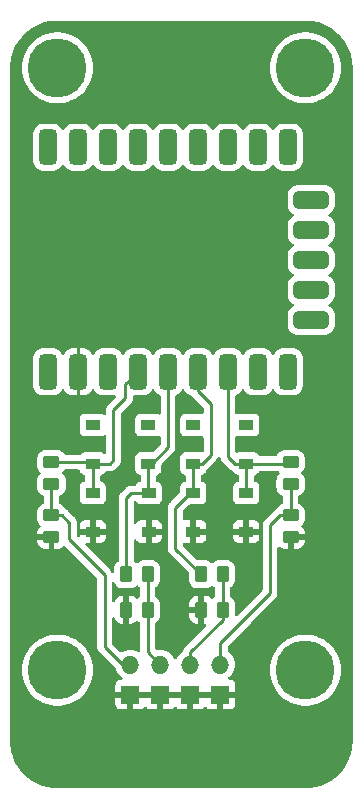
<source format=gbr>
%TF.GenerationSoftware,KiCad,Pcbnew,7.0.9*%
%TF.CreationDate,2025-04-28T00:26:43+09:00*%
%TF.ProjectId,Rp2040_v1.1,52703230-3430-45f7-9631-2e312e6b6963,rev?*%
%TF.SameCoordinates,Original*%
%TF.FileFunction,Copper,L1,Top*%
%TF.FilePolarity,Positive*%
%FSLAX46Y46*%
G04 Gerber Fmt 4.6, Leading zero omitted, Abs format (unit mm)*
G04 Created by KiCad (PCBNEW 7.0.9) date 2025-04-28 00:26:43*
%MOMM*%
%LPD*%
G01*
G04 APERTURE LIST*
G04 Aperture macros list*
%AMRoundRect*
0 Rectangle with rounded corners*
0 $1 Rounding radius*
0 $2 $3 $4 $5 $6 $7 $8 $9 X,Y pos of 4 corners*
0 Add a 4 corners polygon primitive as box body*
4,1,4,$2,$3,$4,$5,$6,$7,$8,$9,$2,$3,0*
0 Add four circle primitives for the rounded corners*
1,1,$1+$1,$2,$3*
1,1,$1+$1,$4,$5*
1,1,$1+$1,$6,$7*
1,1,$1+$1,$8,$9*
0 Add four rect primitives between the rounded corners*
20,1,$1+$1,$2,$3,$4,$5,0*
20,1,$1+$1,$4,$5,$6,$7,0*
20,1,$1+$1,$6,$7,$8,$9,0*
20,1,$1+$1,$8,$9,$2,$3,0*%
G04 Aperture macros list end*
%TA.AperFunction,ComponentPad*%
%ADD10C,5.000000*%
%TD*%
%TA.AperFunction,SMDPad,CuDef*%
%ADD11R,1.220000X0.910000*%
%TD*%
%TA.AperFunction,SMDPad,CuDef*%
%ADD12RoundRect,0.250000X-0.262500X-0.450000X0.262500X-0.450000X0.262500X0.450000X-0.262500X0.450000X0*%
%TD*%
%TA.AperFunction,SMDPad,CuDef*%
%ADD13RoundRect,0.250000X0.262500X0.450000X-0.262500X0.450000X-0.262500X-0.450000X0.262500X-0.450000X0*%
%TD*%
%TA.AperFunction,ComponentPad*%
%ADD14R,1.524000X1.524000*%
%TD*%
%TA.AperFunction,ComponentPad*%
%ADD15O,1.524000X1.524000*%
%TD*%
%TA.AperFunction,SMDPad,CuDef*%
%ADD16RoundRect,0.375000X0.375000X-1.125000X0.375000X1.125000X-0.375000X1.125000X-0.375000X-1.125000X0*%
%TD*%
%TA.AperFunction,SMDPad,CuDef*%
%ADD17RoundRect,0.375000X1.125000X0.375000X-1.125000X0.375000X-1.125000X-0.375000X1.125000X-0.375000X0*%
%TD*%
%TA.AperFunction,SMDPad,CuDef*%
%ADD18RoundRect,0.250000X-0.450000X0.262500X-0.450000X-0.262500X0.450000X-0.262500X0.450000X0.262500X0*%
%TD*%
%TA.AperFunction,ViaPad*%
%ADD19C,0.800000*%
%TD*%
%TA.AperFunction,Conductor*%
%ADD20C,0.250000*%
%TD*%
G04 APERTURE END LIST*
D10*
%TO.P,J2,1*%
%TO.N,N/C*%
X105000000Y-81000000D03*
%TD*%
%TO.P,J2,1*%
%TO.N,N/C*%
X105000000Y-30000000D03*
%TD*%
%TO.P,J2,1*%
%TO.N,N/C*%
X84000000Y-30000000D03*
%TD*%
%TO.P,J2,1*%
%TO.N,N/C*%
X84000000Y-81000000D03*
%TD*%
D11*
%TO.P,D4,C,C*%
%TO.N,Net-(U1-5V)*%
X95500000Y-60250000D03*
%TO.P,D4,A,A*%
%TO.N,Net-(U1-ADC1)*%
X95500000Y-63520000D03*
%TD*%
D12*
%TO.P,1K1,2*%
%TO.N,Net-(U2-3_b)*%
X98000000Y-72885000D03*
%TO.P,1K1,1*%
%TO.N,Net-(U1-ADC1)*%
X96175000Y-72885000D03*
%TD*%
D13*
%TO.P,1M1,2*%
%TO.N,Net-(U1-GND)*%
X96175000Y-75885000D03*
%TO.P,1M1,1*%
%TO.N,Net-(U2-3_b)*%
X98000000Y-75885000D03*
%TD*%
D11*
%TO.P,D3,C,C*%
%TO.N,Net-(U1-ADC1)*%
X95500000Y-66000000D03*
%TO.P,D3,A,A*%
%TO.N,Net-(U1-GND)*%
X95500000Y-69270000D03*
%TD*%
D14*
%TO.P,U2,1,1*%
%TO.N,Net-(U1-GND)*%
X90180000Y-83070000D03*
%TO.P,U2,2,2*%
X92720000Y-83070000D03*
%TO.P,U2,3,3*%
X95260000Y-83070000D03*
%TO.P,U2,4,4*%
X97800000Y-83070000D03*
D15*
%TO.P,U2,5,1_b*%
%TO.N,Net-(U2-1_b)*%
X90180000Y-80530000D03*
%TO.P,U2,6,2_b*%
%TO.N,Net-(U2-2_b)*%
X92720000Y-80530000D03*
%TO.P,U2,7,3_b*%
%TO.N,Net-(U2-3_b)*%
X95260000Y-80530000D03*
%TO.P,U2,8,4_b*%
%TO.N,Net-(U2-4_b)*%
X97800000Y-80530000D03*
%TD*%
D16*
%TO.P,U1,0,0*%
%TO.N,unconnected-(U1-Pad0)*%
X83200000Y-36740000D03*
%TO.P,U1,1,1*%
%TO.N,unconnected-(U1-Pad1)*%
X85740000Y-36740000D03*
%TO.P,U1,2,2*%
%TO.N,unconnected-(U1-Pad2)*%
X88280000Y-36740000D03*
%TO.P,U1,3,3*%
%TO.N,unconnected-(U1-Pad3)*%
X90820000Y-36740000D03*
%TO.P,U1,4,4*%
%TO.N,unconnected-(U1-Pad4)*%
X93360000Y-36740000D03*
%TO.P,U1,5,5*%
%TO.N,unconnected-(U1-Pad5)*%
X95900000Y-36740000D03*
%TO.P,U1,6,6*%
%TO.N,unconnected-(U1-Pad6)*%
X98440000Y-36740000D03*
%TO.P,U1,7*%
%TO.N,N/C*%
X100980000Y-36740000D03*
%TO.P,U1,8,8*%
%TO.N,unconnected-(U1-Pad8)*%
X103520000Y-36740000D03*
D17*
%TO.P,U1,9,9*%
%TO.N,unconnected-(U1-Pad9)*%
X105500000Y-41190000D03*
%TO.P,U1,10,10*%
%TO.N,unconnected-(U1-Pad10)*%
X105500000Y-43730000D03*
%TO.P,U1,11,11*%
%TO.N,unconnected-(U1-Pad11)*%
X105500000Y-46270000D03*
%TO.P,U1,12,12*%
%TO.N,unconnected-(U1-Pad12)*%
X105500000Y-48810000D03*
%TO.P,U1,13,13*%
%TO.N,unconnected-(U1-Pad13)*%
X105500000Y-51350000D03*
D16*
%TO.P,U1,14,14*%
%TO.N,unconnected-(U1-Pad14)*%
X103520000Y-55740000D03*
%TO.P,U1,15,15*%
%TO.N,unconnected-(U1-Pad15)*%
X100980000Y-55740000D03*
%TO.P,U1,26,ADC0*%
%TO.N,Net-(U1-ADC0)*%
X98440000Y-55740000D03*
%TO.P,U1,27,ADC1*%
%TO.N,Net-(U1-ADC1)*%
X95900000Y-55740000D03*
%TO.P,U1,28,ADC2*%
%TO.N,Net-(U1-ADC2)*%
X93360000Y-55740000D03*
%TO.P,U1,29,ADC3*%
%TO.N,Net-(U1-ADC3)*%
X90820000Y-55740000D03*
%TO.P,U1,30,3V*%
%TO.N,unconnected-(U1-3V-Pad30)*%
X88280000Y-55740000D03*
%TO.P,U1,31,GND*%
%TO.N,Net-(U1-GND)*%
X85740000Y-55740000D03*
%TO.P,U1,32,5V*%
%TO.N,Net-(U1-5V)*%
X83200000Y-55740000D03*
%TD*%
D11*
%TO.P,D8,C,C*%
%TO.N,Net-(U1-5V)*%
X87000000Y-60250000D03*
%TO.P,D8,A,A*%
%TO.N,Net-(U1-ADC3)*%
X87000000Y-63520000D03*
%TD*%
%TO.P,D7,A,A*%
%TO.N,Net-(U1-GND)*%
X87000000Y-69270000D03*
%TO.P,D7,C,C*%
%TO.N,Net-(U1-ADC3)*%
X87000000Y-66000000D03*
%TD*%
%TO.P,D6,A,A*%
%TO.N,Net-(U1-ADC2)*%
X91702500Y-63520000D03*
%TO.P,D6,C,C*%
%TO.N,Net-(U1-5V)*%
X91702500Y-60250000D03*
%TD*%
%TO.P,D5,A,A*%
%TO.N,Net-(U1-GND)*%
X91750000Y-69270000D03*
%TO.P,D5,C,C*%
%TO.N,Net-(U1-ADC2)*%
X91750000Y-66000000D03*
%TD*%
%TO.P,D2,A,A*%
%TO.N,Net-(U1-GND)*%
X100000000Y-69270000D03*
%TO.P,D2,C,C*%
%TO.N,Net-(U1-ADC0)*%
X100000000Y-66000000D03*
%TD*%
%TO.P,D1,C,C*%
%TO.N,Net-(U1-5V)*%
X100000000Y-60250000D03*
%TO.P,D1,A,A*%
%TO.N,Net-(U1-ADC0)*%
X100000000Y-63520000D03*
%TD*%
D18*
%TO.P,1M4,2*%
%TO.N,Net-(U1-GND)*%
X103750000Y-69710000D03*
%TO.P,1M4,1*%
%TO.N,Net-(U2-4_b)*%
X103750000Y-67885000D03*
%TD*%
%TO.P,1M3,1*%
%TO.N,Net-(U2-1_b)*%
X83500000Y-67885000D03*
%TO.P,1M3,2*%
%TO.N,Net-(U1-GND)*%
X83500000Y-69710000D03*
%TD*%
D13*
%TO.P,1M2,2*%
%TO.N,Net-(U1-GND)*%
X89837500Y-75885000D03*
%TO.P,1M2,1*%
%TO.N,Net-(U2-2_b)*%
X91662500Y-75885000D03*
%TD*%
D18*
%TO.P,1K4,1*%
%TO.N,Net-(U1-ADC0)*%
X103750000Y-63385000D03*
%TO.P,1K4,2*%
%TO.N,Net-(U2-4_b)*%
X103750000Y-65210000D03*
%TD*%
%TO.P,1K3,1*%
%TO.N,Net-(U1-ADC3)*%
X83500000Y-63385000D03*
%TO.P,1K3,2*%
%TO.N,Net-(U2-1_b)*%
X83500000Y-65210000D03*
%TD*%
D12*
%TO.P,1K2,2*%
%TO.N,Net-(U2-2_b)*%
X91662500Y-72885000D03*
%TO.P,1K2,1*%
%TO.N,Net-(U1-ADC2)*%
X89837500Y-72885000D03*
%TD*%
D19*
%TO.N,Net-(U1-GND)*%
X92500000Y-46000000D03*
X101750000Y-52250000D03*
X95250000Y-41250000D03*
X84250000Y-40750000D03*
X84000000Y-72500000D03*
X85750000Y-55750000D03*
X91750000Y-58500000D03*
X95000000Y-58500000D03*
X86500000Y-58500000D03*
X84000000Y-61500000D03*
X85000000Y-66500000D03*
X89250000Y-78000000D03*
X94000000Y-78000000D03*
X92750000Y-71250000D03*
X93500000Y-73250000D03*
X90000000Y-61750000D03*
X89250000Y-64750000D03*
X93500000Y-64750000D03*
X88000000Y-71000000D03*
X86000000Y-76000000D03*
X106000000Y-73000000D03*
X99750000Y-58500000D03*
X104000000Y-61000000D03*
X98000000Y-65000000D03*
X98000000Y-69000000D03*
X100000000Y-74000000D03*
X85740000Y-53000000D03*
%TO.N,Net-(U1-5V)*%
X83200000Y-55740000D03*
X87000000Y-60250000D03*
X91702500Y-60250000D03*
X95500000Y-60250000D03*
X100000000Y-60250000D03*
%TD*%
D20*
%TO.N,Net-(U1-GND)*%
X85750000Y-55750000D02*
X85740000Y-57740000D01*
X85740000Y-53000000D02*
X85740000Y-55740000D01*
X85740000Y-57740000D02*
X86500000Y-58500000D01*
X85740000Y-55740000D02*
X85750000Y-55750000D01*
%TO.N,Net-(U2-1_b)*%
X85000000Y-69935000D02*
X85000000Y-68500000D01*
X88000000Y-72935000D02*
X85000000Y-69935000D01*
X85000000Y-68500000D02*
X84385000Y-67885000D01*
X89530000Y-80530000D02*
X88000000Y-79000000D01*
X88000000Y-79000000D02*
X88000000Y-72935000D01*
X90180000Y-80530000D02*
X89530000Y-80530000D01*
X84385000Y-67885000D02*
X83500000Y-67885000D01*
%TO.N,Net-(U2-4_b)*%
X102000000Y-68750000D02*
X102865000Y-67885000D01*
X102865000Y-67885000D02*
X103750000Y-67885000D01*
X97800000Y-78700000D02*
X102000000Y-74500000D01*
X102000000Y-74500000D02*
X102000000Y-68750000D01*
X97800000Y-80530000D02*
X97800000Y-78700000D01*
%TO.N,Net-(U2-3_b)*%
X98000000Y-76750000D02*
X95260000Y-79490000D01*
X98000000Y-75885000D02*
X98000000Y-76750000D01*
X95260000Y-79490000D02*
X95260000Y-80530000D01*
%TO.N,Net-(U1-ADC1)*%
X94000000Y-67250000D02*
X95250000Y-66000000D01*
X95250000Y-66000000D02*
X95500000Y-66000000D01*
X96175000Y-72885000D02*
X94000000Y-70710000D01*
X94000000Y-70710000D02*
X94000000Y-67250000D01*
%TO.N,Net-(U2-3_b)*%
X98000000Y-75885000D02*
X98000000Y-72885000D01*
%TO.N,Net-(U2-4_b)*%
X98000000Y-80330000D02*
X97800000Y-80530000D01*
%TO.N,Net-(U1-ADC1)*%
X95500000Y-66000000D02*
X95000000Y-66000000D01*
%TO.N,Net-(U1-ADC2)*%
X90250000Y-66000000D02*
X91750000Y-66000000D01*
X89837500Y-66412500D02*
X90250000Y-66000000D01*
X89837500Y-72885000D02*
X89837500Y-66412500D01*
%TO.N,Net-(U2-2_b)*%
X91662500Y-75885000D02*
X91662500Y-72885000D01*
X91662500Y-79472500D02*
X92720000Y-80530000D01*
X91662500Y-75885000D02*
X91662500Y-79472500D01*
%TO.N,Net-(U2-1_b)*%
X83500000Y-65210000D02*
X83500000Y-67885000D01*
%TO.N,Net-(U2-4_b)*%
X103750000Y-65210000D02*
X103750000Y-67885000D01*
%TO.N,Net-(U1-ADC0)*%
X100000000Y-63520000D02*
X103615000Y-63520000D01*
X103615000Y-63520000D02*
X103750000Y-63385000D01*
X99020000Y-63520000D02*
X98440000Y-62940000D01*
X100000000Y-63520000D02*
X99020000Y-63520000D01*
X98440000Y-62940000D02*
X98440000Y-55740000D01*
%TO.N,Net-(U1-ADC1)*%
X95900000Y-57400000D02*
X95900000Y-55740000D01*
X97000000Y-58500000D02*
X95900000Y-57400000D01*
X96230000Y-63520000D02*
X97000000Y-62750000D01*
X95500000Y-63520000D02*
X96230000Y-63520000D01*
X97000000Y-62750000D02*
X97000000Y-58500000D01*
%TO.N,Net-(U1-ADC2)*%
X93360000Y-62140000D02*
X93360000Y-55740000D01*
X91980000Y-63520000D02*
X93360000Y-62140000D01*
X91702500Y-63520000D02*
X91980000Y-63520000D01*
%TO.N,Net-(U1-ADC3)*%
X89750000Y-56810000D02*
X90820000Y-55740000D01*
X89750000Y-58000000D02*
X89750000Y-56810000D01*
X88750000Y-59000000D02*
X89750000Y-58000000D01*
X88750000Y-63250000D02*
X88750000Y-59000000D01*
X88480000Y-63520000D02*
X88750000Y-63250000D01*
X87000000Y-63520000D02*
X88480000Y-63520000D01*
X86865000Y-63385000D02*
X87000000Y-63520000D01*
X83500000Y-63385000D02*
X86865000Y-63385000D01*
X87000000Y-63520000D02*
X87000000Y-66000000D01*
%TO.N,Net-(U1-ADC2)*%
X91702500Y-65952500D02*
X91750000Y-66000000D01*
X91702500Y-63520000D02*
X91702500Y-65952500D01*
%TO.N,Net-(U1-ADC1)*%
X95500000Y-63520000D02*
X95500000Y-66000000D01*
%TO.N,Net-(U1-ADC0)*%
X100000000Y-63520000D02*
X100000000Y-66000000D01*
X99797500Y-63837500D02*
X100250000Y-63385000D01*
%TD*%
%TA.AperFunction,Conductor*%
%TO.N,Net-(U1-GND)*%
G36*
X92176441Y-82957047D02*
G01*
X92166123Y-83107886D01*
X92196884Y-83255915D01*
X92230090Y-83320000D01*
X90674852Y-83320000D01*
X90723559Y-83182953D01*
X90733877Y-83032114D01*
X90703116Y-82884085D01*
X90669910Y-82820000D01*
X92225148Y-82820000D01*
X92176441Y-82957047D01*
G37*
%TD.AperFunction*%
%TA.AperFunction,Conductor*%
G36*
X94716441Y-82957047D02*
G01*
X94706123Y-83107886D01*
X94736884Y-83255915D01*
X94770090Y-83320000D01*
X93214852Y-83320000D01*
X93263559Y-83182953D01*
X93273877Y-83032114D01*
X93243116Y-82884085D01*
X93209910Y-82820000D01*
X94765148Y-82820000D01*
X94716441Y-82957047D01*
G37*
%TD.AperFunction*%
%TA.AperFunction,Conductor*%
G36*
X97256441Y-82957047D02*
G01*
X97246123Y-83107886D01*
X97276884Y-83255915D01*
X97310090Y-83320000D01*
X95754852Y-83320000D01*
X95803559Y-83182953D01*
X95813877Y-83032114D01*
X95783116Y-82884085D01*
X95749910Y-82820000D01*
X97305148Y-82820000D01*
X97256441Y-82957047D01*
G37*
%TD.AperFunction*%
%TA.AperFunction,Conductor*%
G36*
X94700343Y-57207826D02*
G01*
X94741088Y-57254849D01*
X94782967Y-57339292D01*
X94782969Y-57339295D01*
X94902277Y-57487721D01*
X94902278Y-57487722D01*
X95050704Y-57607030D01*
X95050707Y-57607032D01*
X95136005Y-57649335D01*
X95221307Y-57691641D01*
X95316860Y-57715403D01*
X95377167Y-57750685D01*
X95393664Y-57772614D01*
X95401826Y-57786414D01*
X95401833Y-57786424D01*
X95415990Y-57800580D01*
X95428628Y-57815376D01*
X95440405Y-57831586D01*
X95440406Y-57831587D01*
X95476309Y-57861288D01*
X95480620Y-57865210D01*
X95912572Y-58297162D01*
X96338181Y-58722771D01*
X96371666Y-58784094D01*
X96374500Y-58810452D01*
X96374500Y-59181295D01*
X96354815Y-59248334D01*
X96302011Y-59294089D01*
X96232853Y-59304033D01*
X96221995Y-59301974D01*
X96217486Y-59300909D01*
X96157883Y-59294501D01*
X96157881Y-59294500D01*
X96157873Y-59294500D01*
X96157864Y-59294500D01*
X94842129Y-59294500D01*
X94842123Y-59294501D01*
X94782516Y-59300908D01*
X94647671Y-59351202D01*
X94647664Y-59351206D01*
X94532455Y-59437452D01*
X94532452Y-59437455D01*
X94446206Y-59552664D01*
X94446202Y-59552671D01*
X94395908Y-59687517D01*
X94389501Y-59747116D01*
X94389501Y-59747123D01*
X94389500Y-59747135D01*
X94389500Y-60752870D01*
X94389501Y-60752876D01*
X94395908Y-60812483D01*
X94446202Y-60947328D01*
X94446206Y-60947335D01*
X94532452Y-61062544D01*
X94532455Y-61062547D01*
X94647664Y-61148793D01*
X94647671Y-61148797D01*
X94782517Y-61199091D01*
X94782516Y-61199091D01*
X94789444Y-61199835D01*
X94842127Y-61205500D01*
X96157872Y-61205499D01*
X96217483Y-61199091D01*
X96217484Y-61199090D01*
X96221981Y-61198028D01*
X96291750Y-61201766D01*
X96348423Y-61242631D01*
X96374006Y-61307649D01*
X96374500Y-61318704D01*
X96374500Y-62439545D01*
X96354815Y-62506584D01*
X96338181Y-62527226D01*
X96328676Y-62536731D01*
X96267353Y-62570216D01*
X96225399Y-62569842D01*
X96225196Y-62571738D01*
X96157883Y-62564501D01*
X96157881Y-62564500D01*
X96157873Y-62564500D01*
X96157864Y-62564500D01*
X94842129Y-62564500D01*
X94842123Y-62564501D01*
X94782516Y-62570908D01*
X94647671Y-62621202D01*
X94647664Y-62621206D01*
X94532455Y-62707452D01*
X94532452Y-62707455D01*
X94446206Y-62822664D01*
X94446202Y-62822671D01*
X94395908Y-62957517D01*
X94389501Y-63017116D01*
X94389500Y-63017135D01*
X94389500Y-64022870D01*
X94389501Y-64022876D01*
X94395908Y-64082483D01*
X94446202Y-64217328D01*
X94446206Y-64217335D01*
X94532452Y-64332544D01*
X94532455Y-64332547D01*
X94647664Y-64418793D01*
X94647671Y-64418797D01*
X94789785Y-64471802D01*
X94788986Y-64473944D01*
X94839721Y-64502826D01*
X94872114Y-64564733D01*
X94874500Y-64588940D01*
X94874500Y-64931059D01*
X94854815Y-64998098D01*
X94802011Y-65043853D01*
X94789734Y-65048062D01*
X94789785Y-65048198D01*
X94647671Y-65101202D01*
X94647664Y-65101206D01*
X94532455Y-65187452D01*
X94532452Y-65187455D01*
X94446206Y-65302664D01*
X94446202Y-65302671D01*
X94395908Y-65437517D01*
X94389501Y-65497116D01*
X94389501Y-65497123D01*
X94389500Y-65497135D01*
X94389500Y-65850516D01*
X94387304Y-65873751D01*
X94369854Y-65965230D01*
X94337956Y-66027393D01*
X94335731Y-66029676D01*
X93616208Y-66749199D01*
X93603951Y-66759020D01*
X93604134Y-66759241D01*
X93598123Y-66764213D01*
X93550772Y-66814636D01*
X93529889Y-66835519D01*
X93529877Y-66835532D01*
X93525621Y-66841017D01*
X93521837Y-66845447D01*
X93489937Y-66879418D01*
X93489936Y-66879420D01*
X93480284Y-66896976D01*
X93469610Y-66913226D01*
X93457329Y-66929061D01*
X93457324Y-66929068D01*
X93438815Y-66971838D01*
X93436245Y-66977084D01*
X93413803Y-67017906D01*
X93408822Y-67037307D01*
X93402521Y-67055710D01*
X93394562Y-67074102D01*
X93394561Y-67074105D01*
X93387271Y-67120127D01*
X93386087Y-67125846D01*
X93374501Y-67170972D01*
X93374500Y-67170982D01*
X93374500Y-67191016D01*
X93372973Y-67210415D01*
X93369840Y-67230194D01*
X93369840Y-67230195D01*
X93374225Y-67276583D01*
X93374500Y-67282421D01*
X93374500Y-70627255D01*
X93372775Y-70642872D01*
X93373061Y-70642899D01*
X93372326Y-70650665D01*
X93374500Y-70719814D01*
X93374500Y-70749343D01*
X93374501Y-70749360D01*
X93375368Y-70756231D01*
X93375826Y-70762050D01*
X93377290Y-70808624D01*
X93377291Y-70808627D01*
X93382880Y-70827867D01*
X93386824Y-70846911D01*
X93389336Y-70866791D01*
X93406490Y-70910119D01*
X93408382Y-70915647D01*
X93421381Y-70960388D01*
X93431580Y-70977634D01*
X93440138Y-70995103D01*
X93447514Y-71013732D01*
X93474898Y-71051423D01*
X93478106Y-71056307D01*
X93501827Y-71096416D01*
X93501833Y-71096424D01*
X93515990Y-71110580D01*
X93528628Y-71125376D01*
X93540405Y-71141586D01*
X93540406Y-71141587D01*
X93576309Y-71171288D01*
X93580620Y-71175210D01*
X94790389Y-72384980D01*
X95125681Y-72720272D01*
X95159166Y-72781595D01*
X95162000Y-72807953D01*
X95162000Y-73385001D01*
X95162001Y-73385019D01*
X95172500Y-73487796D01*
X95172501Y-73487799D01*
X95217630Y-73623988D01*
X95227686Y-73654334D01*
X95319788Y-73803656D01*
X95443844Y-73927712D01*
X95593166Y-74019814D01*
X95759703Y-74074999D01*
X95862491Y-74085500D01*
X96487508Y-74085499D01*
X96487516Y-74085498D01*
X96487519Y-74085498D01*
X96543802Y-74079748D01*
X96590297Y-74074999D01*
X96756834Y-74019814D01*
X96906156Y-73927712D01*
X96999819Y-73834049D01*
X97061142Y-73800564D01*
X97130834Y-73805548D01*
X97175181Y-73834049D01*
X97268844Y-73927712D01*
X97315596Y-73956548D01*
X97362320Y-74008494D01*
X97374500Y-74062087D01*
X97374500Y-74707911D01*
X97354815Y-74774950D01*
X97315598Y-74813449D01*
X97268846Y-74842286D01*
X97174827Y-74936305D01*
X97113503Y-74969789D01*
X97043812Y-74964805D01*
X96999465Y-74936304D01*
X96905845Y-74842684D01*
X96756624Y-74750643D01*
X96756619Y-74750641D01*
X96590197Y-74695494D01*
X96590190Y-74695493D01*
X96487486Y-74685000D01*
X96425000Y-74685000D01*
X96425000Y-77084999D01*
X96481047Y-77084999D01*
X96548086Y-77104684D01*
X96593841Y-77157488D01*
X96603785Y-77226646D01*
X96574760Y-77290202D01*
X96568728Y-77296680D01*
X94876208Y-78989199D01*
X94863951Y-78999020D01*
X94864134Y-78999241D01*
X94858123Y-79004213D01*
X94810772Y-79054636D01*
X94789889Y-79075519D01*
X94789877Y-79075532D01*
X94785621Y-79081017D01*
X94781837Y-79085447D01*
X94749937Y-79119418D01*
X94749936Y-79119420D01*
X94740284Y-79136976D01*
X94729610Y-79153226D01*
X94717329Y-79169061D01*
X94717324Y-79169068D01*
X94698815Y-79211838D01*
X94696245Y-79217084D01*
X94673803Y-79257906D01*
X94668822Y-79277307D01*
X94662521Y-79295710D01*
X94654562Y-79314102D01*
X94654561Y-79314105D01*
X94647271Y-79360126D01*
X94646087Y-79365844D01*
X94640971Y-79385774D01*
X94605236Y-79445814D01*
X94591988Y-79456518D01*
X94445378Y-79559174D01*
X94289175Y-79715377D01*
X94162466Y-79896338D01*
X94162465Y-79896340D01*
X94102382Y-80025189D01*
X94056209Y-80077628D01*
X93989016Y-80096780D01*
X93922135Y-80076564D01*
X93877618Y-80025189D01*
X93817534Y-79896340D01*
X93817533Y-79896338D01*
X93690827Y-79715381D01*
X93622698Y-79647252D01*
X93534620Y-79559174D01*
X93534616Y-79559171D01*
X93534615Y-79559170D01*
X93353666Y-79432468D01*
X93353662Y-79432466D01*
X93303763Y-79409198D01*
X93153450Y-79339106D01*
X93153447Y-79339105D01*
X93153445Y-79339104D01*
X92940070Y-79281930D01*
X92940062Y-79281929D01*
X92720002Y-79262677D01*
X92719998Y-79262677D01*
X92573288Y-79275512D01*
X92499932Y-79281930D01*
X92499930Y-79281930D01*
X92499926Y-79281931D01*
X92455977Y-79293707D01*
X92386127Y-79292044D01*
X92336204Y-79261613D01*
X92324319Y-79249728D01*
X92290834Y-79188405D01*
X92288000Y-79162047D01*
X92288000Y-77062087D01*
X92307685Y-76995048D01*
X92346902Y-76956548D01*
X92393656Y-76927712D01*
X92517712Y-76803656D01*
X92609814Y-76654334D01*
X92664999Y-76487797D01*
X92675500Y-76385009D01*
X92675500Y-76135000D01*
X95162501Y-76135000D01*
X95162501Y-76384986D01*
X95172994Y-76487697D01*
X95228141Y-76654119D01*
X95228143Y-76654124D01*
X95320184Y-76803345D01*
X95444154Y-76927315D01*
X95593375Y-77019356D01*
X95593380Y-77019358D01*
X95759802Y-77074505D01*
X95759809Y-77074506D01*
X95862519Y-77084999D01*
X95924999Y-77084998D01*
X95925000Y-77084998D01*
X95925000Y-76135000D01*
X95162501Y-76135000D01*
X92675500Y-76135000D01*
X92675499Y-75635000D01*
X95162500Y-75635000D01*
X95925000Y-75635000D01*
X95925000Y-74685000D01*
X95924999Y-74684999D01*
X95862528Y-74685000D01*
X95862511Y-74685001D01*
X95759802Y-74695494D01*
X95593380Y-74750641D01*
X95593375Y-74750643D01*
X95444154Y-74842684D01*
X95320184Y-74966654D01*
X95228143Y-75115875D01*
X95228141Y-75115880D01*
X95172994Y-75282302D01*
X95172993Y-75282309D01*
X95162500Y-75385013D01*
X95162500Y-75635000D01*
X92675499Y-75635000D01*
X92675499Y-75384992D01*
X92664999Y-75282203D01*
X92609814Y-75115666D01*
X92517712Y-74966344D01*
X92393656Y-74842288D01*
X92393655Y-74842287D01*
X92346902Y-74813449D01*
X92300178Y-74761500D01*
X92288000Y-74707911D01*
X92288000Y-74062087D01*
X92307685Y-73995048D01*
X92346902Y-73956548D01*
X92393656Y-73927712D01*
X92517712Y-73803656D01*
X92609814Y-73654334D01*
X92664999Y-73487797D01*
X92675500Y-73385009D01*
X92675499Y-72384992D01*
X92664999Y-72282203D01*
X92609814Y-72115666D01*
X92517712Y-71966344D01*
X92393656Y-71842288D01*
X92244334Y-71750186D01*
X92077797Y-71695001D01*
X92077795Y-71695000D01*
X91975010Y-71684500D01*
X91349998Y-71684500D01*
X91349980Y-71684501D01*
X91247203Y-71695000D01*
X91247200Y-71695001D01*
X91080668Y-71750185D01*
X91080663Y-71750187D01*
X90931342Y-71842289D01*
X90837681Y-71935951D01*
X90776358Y-71969436D01*
X90706666Y-71964452D01*
X90662319Y-71935951D01*
X90568655Y-71842287D01*
X90521902Y-71813449D01*
X90475178Y-71761500D01*
X90463000Y-71707911D01*
X90463000Y-70025024D01*
X90482685Y-69957985D01*
X90535489Y-69912230D01*
X90604647Y-69902286D01*
X90668203Y-69931311D01*
X90691319Y-69959997D01*
X90691331Y-69959989D01*
X90691566Y-69960303D01*
X90695833Y-69965598D01*
X90696649Y-69967094D01*
X90782809Y-70082187D01*
X90782812Y-70082190D01*
X90897906Y-70168350D01*
X90897913Y-70168354D01*
X91032620Y-70218596D01*
X91032627Y-70218598D01*
X91092155Y-70224999D01*
X91092172Y-70225000D01*
X91500000Y-70225000D01*
X91500000Y-69520000D01*
X92000000Y-69520000D01*
X92000000Y-70225000D01*
X92407828Y-70225000D01*
X92407844Y-70224999D01*
X92467372Y-70218598D01*
X92467379Y-70218596D01*
X92602086Y-70168354D01*
X92602093Y-70168350D01*
X92717187Y-70082190D01*
X92717190Y-70082187D01*
X92803350Y-69967093D01*
X92803354Y-69967086D01*
X92853596Y-69832379D01*
X92853598Y-69832372D01*
X92859999Y-69772844D01*
X92860000Y-69772827D01*
X92860000Y-69520000D01*
X92000000Y-69520000D01*
X91500000Y-69520000D01*
X91500000Y-68315000D01*
X92000000Y-68315000D01*
X92000000Y-69020000D01*
X92860000Y-69020000D01*
X92860000Y-68767172D01*
X92859999Y-68767155D01*
X92853598Y-68707627D01*
X92853596Y-68707620D01*
X92803354Y-68572913D01*
X92803350Y-68572906D01*
X92717190Y-68457812D01*
X92717187Y-68457809D01*
X92602093Y-68371649D01*
X92602086Y-68371645D01*
X92467379Y-68321403D01*
X92467372Y-68321401D01*
X92407844Y-68315000D01*
X92000000Y-68315000D01*
X91500000Y-68315000D01*
X91092155Y-68315000D01*
X91032627Y-68321401D01*
X91032620Y-68321403D01*
X90897913Y-68371645D01*
X90897906Y-68371649D01*
X90782812Y-68457809D01*
X90782809Y-68457812D01*
X90696647Y-68572909D01*
X90695830Y-68574406D01*
X90694624Y-68575611D01*
X90691331Y-68580011D01*
X90690698Y-68579537D01*
X90646423Y-68623809D01*
X90578149Y-68638659D01*
X90512686Y-68614239D01*
X90470817Y-68558304D01*
X90463000Y-68514975D01*
X90463000Y-66756077D01*
X90482685Y-66689038D01*
X90535489Y-66643283D01*
X90604647Y-66633339D01*
X90668203Y-66662364D01*
X90690745Y-66690338D01*
X90690888Y-66690231D01*
X90693886Y-66694236D01*
X90695833Y-66696652D01*
X90696205Y-66697334D01*
X90782452Y-66812544D01*
X90782455Y-66812547D01*
X90897664Y-66898793D01*
X90897671Y-66898797D01*
X91032517Y-66949091D01*
X91032516Y-66949091D01*
X91039444Y-66949835D01*
X91092127Y-66955500D01*
X92407872Y-66955499D01*
X92467483Y-66949091D01*
X92602331Y-66898796D01*
X92717546Y-66812546D01*
X92803796Y-66697331D01*
X92854091Y-66562483D01*
X92860500Y-66502873D01*
X92860499Y-65497128D01*
X92854091Y-65437517D01*
X92851876Y-65431579D01*
X92803797Y-65302671D01*
X92803793Y-65302664D01*
X92717547Y-65187455D01*
X92717544Y-65187452D01*
X92602335Y-65101206D01*
X92602328Y-65101202D01*
X92467482Y-65050908D01*
X92467483Y-65050908D01*
X92438745Y-65047819D01*
X92374194Y-65021081D01*
X92334345Y-64963689D01*
X92328000Y-64924530D01*
X92328000Y-64588940D01*
X92347685Y-64521901D01*
X92400489Y-64476146D01*
X92412765Y-64471938D01*
X92412715Y-64471802D01*
X92554828Y-64418797D01*
X92554827Y-64418797D01*
X92554831Y-64418796D01*
X92670046Y-64332546D01*
X92756296Y-64217331D01*
X92806591Y-64082483D01*
X92813000Y-64022873D01*
X92812999Y-63622950D01*
X92832683Y-63555912D01*
X92849313Y-63535275D01*
X93743786Y-62640802D01*
X93756048Y-62630980D01*
X93755865Y-62630759D01*
X93761867Y-62625792D01*
X93761877Y-62625786D01*
X93809241Y-62575348D01*
X93830120Y-62554470D01*
X93834373Y-62548986D01*
X93838150Y-62544563D01*
X93870062Y-62510582D01*
X93879714Y-62493023D01*
X93890389Y-62476772D01*
X93902674Y-62460936D01*
X93921186Y-62418152D01*
X93923742Y-62412935D01*
X93946197Y-62372092D01*
X93951180Y-62352680D01*
X93957477Y-62334291D01*
X93965438Y-62315895D01*
X93972729Y-62269853D01*
X93973908Y-62264162D01*
X93985500Y-62219019D01*
X93985500Y-62198983D01*
X93987027Y-62179582D01*
X93990160Y-62159804D01*
X93985775Y-62113415D01*
X93985500Y-62107577D01*
X93985500Y-57794936D01*
X94005185Y-57727897D01*
X94054406Y-57683848D01*
X94209292Y-57607032D01*
X94209292Y-57607031D01*
X94209296Y-57607030D01*
X94357722Y-57487722D01*
X94477030Y-57339296D01*
X94518912Y-57254849D01*
X94566333Y-57203536D01*
X94633968Y-57186006D01*
X94700343Y-57207826D01*
G37*
%TD.AperFunction*%
%TA.AperFunction,Conductor*%
G36*
X88830703Y-73530275D02*
G01*
X88867205Y-73584982D01*
X88890186Y-73654334D01*
X88982288Y-73803656D01*
X89106344Y-73927712D01*
X89255666Y-74019814D01*
X89422203Y-74074999D01*
X89524991Y-74085500D01*
X90150008Y-74085499D01*
X90150016Y-74085498D01*
X90150019Y-74085498D01*
X90206302Y-74079748D01*
X90252797Y-74074999D01*
X90419334Y-74019814D01*
X90568656Y-73927712D01*
X90662319Y-73834049D01*
X90723642Y-73800564D01*
X90793334Y-73805548D01*
X90837681Y-73834049D01*
X90931344Y-73927712D01*
X90978096Y-73956548D01*
X91024820Y-74008494D01*
X91037000Y-74062087D01*
X91037000Y-74707911D01*
X91017315Y-74774950D01*
X90978098Y-74813449D01*
X90931346Y-74842286D01*
X90837327Y-74936305D01*
X90776003Y-74969789D01*
X90706312Y-74964805D01*
X90661965Y-74936304D01*
X90568345Y-74842684D01*
X90419124Y-74750643D01*
X90419119Y-74750641D01*
X90252697Y-74695494D01*
X90252690Y-74695493D01*
X90149986Y-74685000D01*
X90087500Y-74685000D01*
X90087500Y-77084999D01*
X90149972Y-77084999D01*
X90149986Y-77084998D01*
X90252697Y-77074505D01*
X90419119Y-77019358D01*
X90419124Y-77019356D01*
X90568342Y-76927317D01*
X90661964Y-76833695D01*
X90723287Y-76800210D01*
X90792979Y-76805194D01*
X90837327Y-76833695D01*
X90931344Y-76927712D01*
X90978096Y-76956548D01*
X91024820Y-77008494D01*
X91037000Y-77062087D01*
X91037000Y-79350647D01*
X91017315Y-79417686D01*
X90964511Y-79463441D01*
X90895353Y-79473385D01*
X90841877Y-79452222D01*
X90813666Y-79432468D01*
X90813662Y-79432466D01*
X90763763Y-79409198D01*
X90613450Y-79339106D01*
X90613447Y-79339105D01*
X90613445Y-79339104D01*
X90400070Y-79281930D01*
X90400062Y-79281929D01*
X90180002Y-79262677D01*
X90179998Y-79262677D01*
X89959937Y-79281929D01*
X89959929Y-79281930D01*
X89746554Y-79339104D01*
X89746550Y-79339106D01*
X89645094Y-79386416D01*
X89546337Y-79432467D01*
X89496711Y-79467214D01*
X89430504Y-79489540D01*
X89362737Y-79472527D01*
X89337909Y-79453318D01*
X88661819Y-78777228D01*
X88628334Y-78715905D01*
X88625500Y-78689547D01*
X88625500Y-76622400D01*
X88645185Y-76555361D01*
X88697989Y-76509606D01*
X88767147Y-76499662D01*
X88830703Y-76528687D01*
X88867206Y-76583396D01*
X88890641Y-76654119D01*
X88890643Y-76654124D01*
X88982684Y-76803345D01*
X89106654Y-76927315D01*
X89255875Y-77019356D01*
X89255880Y-77019358D01*
X89422302Y-77074505D01*
X89422309Y-77074506D01*
X89525019Y-77084999D01*
X89587499Y-77084998D01*
X89587500Y-77084998D01*
X89587500Y-74685000D01*
X89587499Y-74684999D01*
X89525028Y-74685000D01*
X89525011Y-74685001D01*
X89422302Y-74695494D01*
X89255880Y-74750641D01*
X89255875Y-74750643D01*
X89106654Y-74842684D01*
X88982684Y-74966654D01*
X88890643Y-75115875D01*
X88890641Y-75115880D01*
X88867206Y-75186604D01*
X88827433Y-75244049D01*
X88762917Y-75270872D01*
X88694142Y-75258557D01*
X88642942Y-75211014D01*
X88625500Y-75147600D01*
X88625500Y-73623988D01*
X88645185Y-73556949D01*
X88697989Y-73511194D01*
X88767147Y-73501250D01*
X88830703Y-73530275D01*
G37*
%TD.AperFunction*%
%TA.AperFunction,Conductor*%
G36*
X97768008Y-62945407D02*
G01*
X97809718Y-63001461D01*
X97815488Y-63031013D01*
X97816070Y-63030921D01*
X97817289Y-63038621D01*
X97817291Y-63038627D01*
X97822880Y-63057867D01*
X97826824Y-63076911D01*
X97828068Y-63086755D01*
X97829336Y-63096791D01*
X97846490Y-63140119D01*
X97848382Y-63145647D01*
X97861381Y-63190388D01*
X97871580Y-63207634D01*
X97880138Y-63225103D01*
X97887514Y-63243732D01*
X97914898Y-63281423D01*
X97918106Y-63286307D01*
X97941827Y-63326416D01*
X97941833Y-63326424D01*
X97955990Y-63340580D01*
X97968628Y-63355376D01*
X97980405Y-63371586D01*
X97980406Y-63371587D01*
X98016309Y-63401288D01*
X98020620Y-63405210D01*
X98415704Y-63800295D01*
X98519197Y-63903788D01*
X98529022Y-63916051D01*
X98529243Y-63915869D01*
X98534214Y-63921878D01*
X98555043Y-63941437D01*
X98584635Y-63969226D01*
X98605529Y-63990120D01*
X98611011Y-63994373D01*
X98615443Y-63998157D01*
X98649418Y-64030062D01*
X98666976Y-64039714D01*
X98683233Y-64050393D01*
X98699064Y-64062673D01*
X98718087Y-64070905D01*
X98741833Y-64081182D01*
X98747077Y-64083750D01*
X98787908Y-64106197D01*
X98800523Y-64109435D01*
X98807305Y-64111177D01*
X98825719Y-64117481D01*
X98844102Y-64125437D01*
X98844104Y-64125438D01*
X98844689Y-64125530D01*
X98845110Y-64125730D01*
X98851600Y-64127616D01*
X98851296Y-64128661D01*
X98907825Y-64155454D01*
X98941481Y-64204670D01*
X98943402Y-64209819D01*
X98946205Y-64217334D01*
X99032452Y-64332544D01*
X99032455Y-64332547D01*
X99147664Y-64418793D01*
X99147671Y-64418797D01*
X99289785Y-64471802D01*
X99288986Y-64473944D01*
X99339721Y-64502826D01*
X99372114Y-64564733D01*
X99374500Y-64588940D01*
X99374500Y-64931059D01*
X99354815Y-64998098D01*
X99302011Y-65043853D01*
X99289734Y-65048062D01*
X99289785Y-65048198D01*
X99147671Y-65101202D01*
X99147664Y-65101206D01*
X99032455Y-65187452D01*
X99032452Y-65187455D01*
X98946206Y-65302664D01*
X98946202Y-65302671D01*
X98895908Y-65437517D01*
X98889501Y-65497116D01*
X98889501Y-65497123D01*
X98889500Y-65497135D01*
X98889500Y-66502870D01*
X98889501Y-66502876D01*
X98895908Y-66562483D01*
X98946202Y-66697328D01*
X98946206Y-66697335D01*
X99032452Y-66812544D01*
X99032455Y-66812547D01*
X99147664Y-66898793D01*
X99147671Y-66898797D01*
X99282517Y-66949091D01*
X99282516Y-66949091D01*
X99289444Y-66949835D01*
X99342127Y-66955500D01*
X100657872Y-66955499D01*
X100717483Y-66949091D01*
X100852331Y-66898796D01*
X100967546Y-66812546D01*
X101053796Y-66697331D01*
X101104091Y-66562483D01*
X101110500Y-66502873D01*
X101110499Y-65497128D01*
X101104091Y-65437517D01*
X101101876Y-65431579D01*
X101053797Y-65302671D01*
X101053793Y-65302664D01*
X100967547Y-65187455D01*
X100967544Y-65187452D01*
X100852335Y-65101206D01*
X100852328Y-65101202D01*
X100710215Y-65048198D01*
X100711012Y-65046060D01*
X100660259Y-65017152D01*
X100627880Y-64955238D01*
X100625500Y-64931059D01*
X100625500Y-64588940D01*
X100645185Y-64521901D01*
X100697989Y-64476146D01*
X100710265Y-64471938D01*
X100710215Y-64471802D01*
X100852328Y-64418797D01*
X100852327Y-64418797D01*
X100852331Y-64418796D01*
X100967546Y-64332546D01*
X101053796Y-64217331D01*
X101053796Y-64217328D01*
X101057761Y-64210071D01*
X101107168Y-64160666D01*
X101166592Y-64145500D01*
X102685270Y-64145500D01*
X102752309Y-64165185D01*
X102772951Y-64181819D01*
X102800951Y-64209819D01*
X102834436Y-64271142D01*
X102829452Y-64340834D01*
X102800951Y-64385181D01*
X102707289Y-64478842D01*
X102615187Y-64628163D01*
X102615186Y-64628166D01*
X102560001Y-64794703D01*
X102560001Y-64794704D01*
X102560000Y-64794704D01*
X102549500Y-64897483D01*
X102549500Y-65522501D01*
X102549501Y-65522519D01*
X102560000Y-65625296D01*
X102560001Y-65625299D01*
X102615185Y-65791831D01*
X102615186Y-65791834D01*
X102707288Y-65941156D01*
X102831344Y-66065212D01*
X102951921Y-66139584D01*
X102980668Y-66157315D01*
X103001110Y-66164088D01*
X103039502Y-66176810D01*
X103096947Y-66216581D01*
X103123772Y-66281096D01*
X103124500Y-66294516D01*
X103124500Y-66800483D01*
X103104815Y-66867522D01*
X103052011Y-66913277D01*
X103039510Y-66918186D01*
X102980666Y-66937686D01*
X102980663Y-66937687D01*
X102831342Y-67029789D01*
X102707288Y-67153843D01*
X102707285Y-67153847D01*
X102630269Y-67278710D01*
X102578321Y-67325435D01*
X102570390Y-67328901D01*
X102561272Y-67332511D01*
X102561262Y-67332517D01*
X102523570Y-67359902D01*
X102518687Y-67363109D01*
X102478580Y-67386829D01*
X102464414Y-67400995D01*
X102449624Y-67413627D01*
X102433414Y-67425404D01*
X102433411Y-67425407D01*
X102403710Y-67461309D01*
X102399777Y-67465631D01*
X101616208Y-68249199D01*
X101603951Y-68259020D01*
X101604134Y-68259241D01*
X101598123Y-68264213D01*
X101550772Y-68314636D01*
X101529889Y-68335519D01*
X101529877Y-68335532D01*
X101525621Y-68341017D01*
X101521837Y-68345447D01*
X101489937Y-68379418D01*
X101489936Y-68379420D01*
X101480284Y-68396976D01*
X101469610Y-68413226D01*
X101457329Y-68429061D01*
X101457324Y-68429068D01*
X101438815Y-68471838D01*
X101436245Y-68477084D01*
X101413803Y-68517906D01*
X101408822Y-68537307D01*
X101402521Y-68555710D01*
X101394562Y-68574102D01*
X101394561Y-68574105D01*
X101387271Y-68620127D01*
X101386087Y-68625846D01*
X101374501Y-68670972D01*
X101374500Y-68670982D01*
X101374500Y-68691016D01*
X101372973Y-68710415D01*
X101369840Y-68730194D01*
X101369840Y-68730195D01*
X101374225Y-68776583D01*
X101374500Y-68782421D01*
X101374500Y-74189546D01*
X101354815Y-74256585D01*
X101338181Y-74277227D01*
X99224680Y-76390727D01*
X99163357Y-76424212D01*
X99093665Y-76419228D01*
X99037732Y-76377356D01*
X99013315Y-76311892D01*
X99012999Y-76303071D01*
X99012999Y-75384992D01*
X99002499Y-75282203D01*
X98947314Y-75115666D01*
X98855212Y-74966344D01*
X98731156Y-74842288D01*
X98731155Y-74842287D01*
X98684402Y-74813449D01*
X98637678Y-74761500D01*
X98625500Y-74707911D01*
X98625500Y-74062087D01*
X98645185Y-73995048D01*
X98684402Y-73956548D01*
X98731156Y-73927712D01*
X98855212Y-73803656D01*
X98947314Y-73654334D01*
X99002499Y-73487797D01*
X99013000Y-73385009D01*
X99012999Y-72384992D01*
X99002499Y-72282203D01*
X98947314Y-72115666D01*
X98855212Y-71966344D01*
X98731156Y-71842288D01*
X98581834Y-71750186D01*
X98415297Y-71695001D01*
X98415295Y-71695000D01*
X98312510Y-71684500D01*
X97687498Y-71684500D01*
X97687480Y-71684501D01*
X97584703Y-71695000D01*
X97584700Y-71695001D01*
X97418168Y-71750185D01*
X97418163Y-71750187D01*
X97268842Y-71842289D01*
X97175181Y-71935951D01*
X97113858Y-71969436D01*
X97044166Y-71964452D01*
X96999819Y-71935951D01*
X96906157Y-71842289D01*
X96906156Y-71842288D01*
X96756834Y-71750186D01*
X96590297Y-71695001D01*
X96590295Y-71695000D01*
X96487516Y-71684500D01*
X95910453Y-71684500D01*
X95843414Y-71664815D01*
X95822772Y-71648181D01*
X94661819Y-70487228D01*
X94628334Y-70425905D01*
X94625500Y-70399547D01*
X94625500Y-70338185D01*
X94645185Y-70271146D01*
X94697989Y-70225391D01*
X94767147Y-70215447D01*
X94778019Y-70217509D01*
X94782630Y-70218598D01*
X94842155Y-70224999D01*
X94842172Y-70225000D01*
X95250000Y-70225000D01*
X95250000Y-69520000D01*
X95750000Y-69520000D01*
X95750000Y-70225000D01*
X96157828Y-70225000D01*
X96157844Y-70224999D01*
X96217372Y-70218598D01*
X96217379Y-70218596D01*
X96352086Y-70168354D01*
X96352093Y-70168350D01*
X96467187Y-70082190D01*
X96467190Y-70082187D01*
X96553350Y-69967093D01*
X96553354Y-69967086D01*
X96603596Y-69832379D01*
X96603598Y-69832372D01*
X96609999Y-69772844D01*
X96610000Y-69772827D01*
X96610000Y-69520000D01*
X98890000Y-69520000D01*
X98890000Y-69772844D01*
X98896401Y-69832372D01*
X98896403Y-69832379D01*
X98946645Y-69967086D01*
X98946649Y-69967093D01*
X99032809Y-70082187D01*
X99032812Y-70082190D01*
X99147906Y-70168350D01*
X99147913Y-70168354D01*
X99282620Y-70218596D01*
X99282627Y-70218598D01*
X99342155Y-70224999D01*
X99342172Y-70225000D01*
X99750000Y-70225000D01*
X99750000Y-69520000D01*
X100250000Y-69520000D01*
X100250000Y-70225000D01*
X100657828Y-70225000D01*
X100657844Y-70224999D01*
X100717372Y-70218598D01*
X100717379Y-70218596D01*
X100852086Y-70168354D01*
X100852093Y-70168350D01*
X100967187Y-70082190D01*
X100967190Y-70082187D01*
X101053350Y-69967093D01*
X101053354Y-69967086D01*
X101103596Y-69832379D01*
X101103598Y-69832372D01*
X101109999Y-69772844D01*
X101110000Y-69772827D01*
X101110000Y-69520000D01*
X100250000Y-69520000D01*
X99750000Y-69520000D01*
X98890000Y-69520000D01*
X96610000Y-69520000D01*
X95750000Y-69520000D01*
X95250000Y-69520000D01*
X95250000Y-68315000D01*
X95750000Y-68315000D01*
X95750000Y-69020000D01*
X96610000Y-69020000D01*
X98890000Y-69020000D01*
X99750000Y-69020000D01*
X99750000Y-68315000D01*
X100250000Y-68315000D01*
X100250000Y-69020000D01*
X101110000Y-69020000D01*
X101110000Y-68767172D01*
X101109999Y-68767155D01*
X101103598Y-68707627D01*
X101103596Y-68707620D01*
X101053354Y-68572913D01*
X101053350Y-68572906D01*
X100967190Y-68457812D01*
X100967187Y-68457809D01*
X100852093Y-68371649D01*
X100852086Y-68371645D01*
X100717379Y-68321403D01*
X100717372Y-68321401D01*
X100657844Y-68315000D01*
X100250000Y-68315000D01*
X99750000Y-68315000D01*
X99342155Y-68315000D01*
X99282627Y-68321401D01*
X99282620Y-68321403D01*
X99147913Y-68371645D01*
X99147906Y-68371649D01*
X99032812Y-68457809D01*
X99032809Y-68457812D01*
X98946649Y-68572906D01*
X98946645Y-68572913D01*
X98896403Y-68707620D01*
X98896401Y-68707627D01*
X98890000Y-68767155D01*
X98890000Y-69020000D01*
X96610000Y-69020000D01*
X96610000Y-68767172D01*
X96609999Y-68767155D01*
X96603598Y-68707627D01*
X96603596Y-68707620D01*
X96553354Y-68572913D01*
X96553350Y-68572906D01*
X96467190Y-68457812D01*
X96467187Y-68457809D01*
X96352093Y-68371649D01*
X96352086Y-68371645D01*
X96217379Y-68321403D01*
X96217372Y-68321401D01*
X96157844Y-68315000D01*
X95750000Y-68315000D01*
X95250000Y-68315000D01*
X94842155Y-68315000D01*
X94782622Y-68321402D01*
X94778009Y-68322492D01*
X94708240Y-68318748D01*
X94651570Y-68277879D01*
X94625993Y-68212859D01*
X94625500Y-68201814D01*
X94625500Y-67560451D01*
X94645185Y-67493412D01*
X94661815Y-67472774D01*
X95142771Y-66991817D01*
X95204094Y-66958333D01*
X95230452Y-66955499D01*
X96157871Y-66955499D01*
X96157872Y-66955499D01*
X96217483Y-66949091D01*
X96352331Y-66898796D01*
X96467546Y-66812546D01*
X96553796Y-66697331D01*
X96604091Y-66562483D01*
X96610500Y-66502873D01*
X96610499Y-65497128D01*
X96604091Y-65437517D01*
X96601876Y-65431579D01*
X96553797Y-65302671D01*
X96553793Y-65302664D01*
X96467547Y-65187455D01*
X96467544Y-65187452D01*
X96352335Y-65101206D01*
X96352328Y-65101202D01*
X96210215Y-65048198D01*
X96211012Y-65046060D01*
X96160259Y-65017152D01*
X96127880Y-64955238D01*
X96125500Y-64931059D01*
X96125500Y-64588940D01*
X96145185Y-64521901D01*
X96197989Y-64476146D01*
X96210265Y-64471938D01*
X96210215Y-64471802D01*
X96352328Y-64418797D01*
X96352327Y-64418797D01*
X96352331Y-64418796D01*
X96467546Y-64332546D01*
X96553796Y-64217331D01*
X96604091Y-64082483D01*
X96605336Y-64070902D01*
X96632073Y-64006354D01*
X96655747Y-63983837D01*
X96657526Y-63982543D01*
X96661587Y-63979594D01*
X96691299Y-63943676D01*
X96695212Y-63939376D01*
X97383787Y-63250802D01*
X97396042Y-63240986D01*
X97395859Y-63240764D01*
X97401866Y-63235792D01*
X97401877Y-63235786D01*
X97432775Y-63202882D01*
X97449227Y-63185364D01*
X97459671Y-63174918D01*
X97470120Y-63164471D01*
X97474379Y-63158978D01*
X97478152Y-63154561D01*
X97510062Y-63120582D01*
X97519713Y-63103024D01*
X97530396Y-63086761D01*
X97542673Y-63070936D01*
X97561181Y-63028161D01*
X97563743Y-63022933D01*
X97584753Y-62984717D01*
X97634298Y-62935457D01*
X97702614Y-62920802D01*
X97768008Y-62945407D01*
G37*
%TD.AperFunction*%
%TA.AperFunction,Conductor*%
G36*
X92160343Y-57207826D02*
G01*
X92201088Y-57254849D01*
X92242967Y-57339292D01*
X92242969Y-57339295D01*
X92362277Y-57487721D01*
X92362278Y-57487722D01*
X92510704Y-57607030D01*
X92510707Y-57607032D01*
X92665594Y-57683848D01*
X92716907Y-57731269D01*
X92734500Y-57794936D01*
X92734500Y-59240319D01*
X92714815Y-59307358D01*
X92662011Y-59353113D01*
X92592853Y-59363057D01*
X92563517Y-59353293D01*
X92563141Y-59354303D01*
X92419982Y-59300908D01*
X92419983Y-59300908D01*
X92360383Y-59294501D01*
X92360381Y-59294500D01*
X92360373Y-59294500D01*
X92360364Y-59294500D01*
X91044629Y-59294500D01*
X91044623Y-59294501D01*
X90985016Y-59300908D01*
X90850171Y-59351202D01*
X90850164Y-59351206D01*
X90734955Y-59437452D01*
X90734952Y-59437455D01*
X90648706Y-59552664D01*
X90648702Y-59552671D01*
X90598408Y-59687517D01*
X90592001Y-59747116D01*
X90592001Y-59747123D01*
X90592000Y-59747135D01*
X90592000Y-60752870D01*
X90592001Y-60752876D01*
X90598408Y-60812483D01*
X90648702Y-60947328D01*
X90648706Y-60947335D01*
X90734952Y-61062544D01*
X90734955Y-61062547D01*
X90850164Y-61148793D01*
X90850171Y-61148797D01*
X90985017Y-61199091D01*
X90985016Y-61199091D01*
X90991944Y-61199835D01*
X91044627Y-61205500D01*
X92360372Y-61205499D01*
X92419983Y-61199091D01*
X92460584Y-61183948D01*
X92563141Y-61145697D01*
X92564013Y-61148035D01*
X92619331Y-61135995D01*
X92684798Y-61160404D01*
X92726676Y-61216332D01*
X92734500Y-61259680D01*
X92734500Y-61829547D01*
X92714815Y-61896586D01*
X92698181Y-61917228D01*
X92087227Y-62528181D01*
X92025904Y-62561666D01*
X91999546Y-62564500D01*
X91044629Y-62564500D01*
X91044623Y-62564501D01*
X90985016Y-62570908D01*
X90850171Y-62621202D01*
X90850164Y-62621206D01*
X90734955Y-62707452D01*
X90734952Y-62707455D01*
X90648706Y-62822664D01*
X90648702Y-62822671D01*
X90598408Y-62957517D01*
X90592001Y-63017116D01*
X90592000Y-63017135D01*
X90592000Y-64022870D01*
X90592001Y-64022876D01*
X90598408Y-64082483D01*
X90648702Y-64217328D01*
X90648706Y-64217335D01*
X90734952Y-64332544D01*
X90734955Y-64332547D01*
X90850164Y-64418793D01*
X90850171Y-64418797D01*
X90992285Y-64471802D01*
X90991486Y-64473944D01*
X91042221Y-64502826D01*
X91074614Y-64564733D01*
X91077000Y-64588940D01*
X91077000Y-64948222D01*
X91057315Y-65015261D01*
X91004511Y-65061016D01*
X90996333Y-65064404D01*
X90897671Y-65101202D01*
X90897664Y-65101206D01*
X90782455Y-65187452D01*
X90782452Y-65187455D01*
X90696204Y-65302667D01*
X90692239Y-65309929D01*
X90642832Y-65359334D01*
X90583408Y-65374500D01*
X90332738Y-65374500D01*
X90317121Y-65372776D01*
X90317094Y-65373062D01*
X90309332Y-65372327D01*
X90240204Y-65374500D01*
X90210650Y-65374500D01*
X90209929Y-65374590D01*
X90203757Y-65375369D01*
X90197945Y-65375826D01*
X90151373Y-65377290D01*
X90151372Y-65377290D01*
X90132129Y-65382881D01*
X90113079Y-65386825D01*
X90093211Y-65389334D01*
X90049884Y-65406488D01*
X90044358Y-65408379D01*
X89999614Y-65421379D01*
X89999610Y-65421381D01*
X89982366Y-65431579D01*
X89964905Y-65440133D01*
X89946274Y-65447510D01*
X89946262Y-65447517D01*
X89908570Y-65474902D01*
X89903687Y-65478109D01*
X89863580Y-65501829D01*
X89849414Y-65515995D01*
X89834624Y-65528627D01*
X89818414Y-65540404D01*
X89818411Y-65540407D01*
X89788710Y-65576309D01*
X89784777Y-65580631D01*
X89453711Y-65911697D01*
X89441448Y-65921522D01*
X89441631Y-65921744D01*
X89435621Y-65926715D01*
X89388272Y-65977136D01*
X89367389Y-65998019D01*
X89367377Y-65998032D01*
X89363121Y-66003517D01*
X89359337Y-66007947D01*
X89327437Y-66041918D01*
X89327436Y-66041920D01*
X89317784Y-66059476D01*
X89307110Y-66075726D01*
X89294829Y-66091561D01*
X89294824Y-66091568D01*
X89276315Y-66134338D01*
X89273745Y-66139584D01*
X89251303Y-66180406D01*
X89246322Y-66199807D01*
X89240021Y-66218210D01*
X89232062Y-66236602D01*
X89232061Y-66236605D01*
X89224771Y-66282627D01*
X89223587Y-66288346D01*
X89212001Y-66333472D01*
X89212000Y-66333482D01*
X89212000Y-66353516D01*
X89210473Y-66372915D01*
X89207340Y-66392694D01*
X89207340Y-66392695D01*
X89211725Y-66439083D01*
X89212000Y-66444921D01*
X89212000Y-71707911D01*
X89192315Y-71774950D01*
X89153098Y-71813449D01*
X89106344Y-71842287D01*
X88982289Y-71966342D01*
X88890187Y-72115663D01*
X88890186Y-72115666D01*
X88835001Y-72282203D01*
X88835001Y-72282204D01*
X88835000Y-72282204D01*
X88824500Y-72384983D01*
X88824500Y-72659673D01*
X88804815Y-72726712D01*
X88752011Y-72772467D01*
X88682853Y-72782411D01*
X88619297Y-72753386D01*
X88581523Y-72694608D01*
X88581423Y-72694266D01*
X88578617Y-72684607D01*
X88578616Y-72684606D01*
X88568423Y-72667371D01*
X88559861Y-72649894D01*
X88552487Y-72631270D01*
X88552486Y-72631268D01*
X88525079Y-72593545D01*
X88521888Y-72588686D01*
X88498172Y-72548583D01*
X88498165Y-72548574D01*
X88484006Y-72534415D01*
X88471368Y-72519619D01*
X88459594Y-72503413D01*
X88423688Y-72473709D01*
X88419376Y-72469786D01*
X86386272Y-70436681D01*
X86352787Y-70375358D01*
X86357771Y-70305666D01*
X86399643Y-70249733D01*
X86465107Y-70225316D01*
X86473953Y-70225000D01*
X86750000Y-70225000D01*
X86750000Y-69520000D01*
X87250000Y-69520000D01*
X87250000Y-70225000D01*
X87657828Y-70225000D01*
X87657844Y-70224999D01*
X87717372Y-70218598D01*
X87717379Y-70218596D01*
X87852086Y-70168354D01*
X87852093Y-70168350D01*
X87967187Y-70082190D01*
X87967190Y-70082187D01*
X88053350Y-69967093D01*
X88053354Y-69967086D01*
X88103596Y-69832379D01*
X88103598Y-69832372D01*
X88109999Y-69772844D01*
X88110000Y-69772827D01*
X88110000Y-69520000D01*
X87250000Y-69520000D01*
X86750000Y-69520000D01*
X85890000Y-69520000D01*
X85890000Y-69641047D01*
X85870315Y-69708086D01*
X85817511Y-69753841D01*
X85748353Y-69763785D01*
X85684797Y-69734760D01*
X85678319Y-69728728D01*
X85661819Y-69712228D01*
X85628334Y-69650905D01*
X85625500Y-69624547D01*
X85625500Y-69020000D01*
X85890000Y-69020000D01*
X86750000Y-69020000D01*
X86750000Y-68315000D01*
X87250000Y-68315000D01*
X87250000Y-69020000D01*
X88110000Y-69020000D01*
X88110000Y-68767172D01*
X88109999Y-68767155D01*
X88103598Y-68707627D01*
X88103596Y-68707620D01*
X88053354Y-68572913D01*
X88053350Y-68572906D01*
X87967190Y-68457812D01*
X87967187Y-68457809D01*
X87852093Y-68371649D01*
X87852086Y-68371645D01*
X87717379Y-68321403D01*
X87717372Y-68321401D01*
X87657844Y-68315000D01*
X87250000Y-68315000D01*
X86750000Y-68315000D01*
X86342155Y-68315000D01*
X86282627Y-68321401D01*
X86282620Y-68321403D01*
X86147913Y-68371645D01*
X86147906Y-68371649D01*
X86032812Y-68457809D01*
X86032809Y-68457812D01*
X85946649Y-68572906D01*
X85946645Y-68572913D01*
X85896403Y-68707620D01*
X85896401Y-68707627D01*
X85890000Y-68767155D01*
X85890000Y-69020000D01*
X85625500Y-69020000D01*
X85625500Y-68582737D01*
X85627224Y-68567123D01*
X85626938Y-68567096D01*
X85627672Y-68559333D01*
X85625500Y-68490203D01*
X85625500Y-68460651D01*
X85625500Y-68460650D01*
X85624629Y-68453759D01*
X85624172Y-68447945D01*
X85623579Y-68429068D01*
X85622709Y-68401373D01*
X85617121Y-68382139D01*
X85613174Y-68363081D01*
X85610664Y-68343208D01*
X85602462Y-68322492D01*
X85593507Y-68299875D01*
X85591614Y-68294346D01*
X85581351Y-68259020D01*
X85578617Y-68249610D01*
X85568420Y-68232368D01*
X85559863Y-68214902D01*
X85552486Y-68196268D01*
X85525083Y-68158550D01*
X85521900Y-68153705D01*
X85498170Y-68113579D01*
X85498165Y-68113573D01*
X85484005Y-68099413D01*
X85471370Y-68084620D01*
X85459593Y-68068412D01*
X85423693Y-68038713D01*
X85419381Y-68034790D01*
X84885803Y-67501212D01*
X84875980Y-67488950D01*
X84875759Y-67489134D01*
X84870786Y-67483123D01*
X84852159Y-67465631D01*
X84820364Y-67435773D01*
X84809919Y-67425328D01*
X84799475Y-67414883D01*
X84793986Y-67410625D01*
X84789561Y-67406847D01*
X84755582Y-67374938D01*
X84755580Y-67374936D01*
X84755577Y-67374935D01*
X84738029Y-67365288D01*
X84721763Y-67354604D01*
X84705932Y-67342324D01*
X84677673Y-67330095D01*
X84623966Y-67285404D01*
X84621383Y-67281391D01*
X84619729Y-67278710D01*
X84542712Y-67153844D01*
X84418656Y-67029788D01*
X84269334Y-66937686D01*
X84210493Y-66918188D01*
X84153051Y-66878416D01*
X84126228Y-66813900D01*
X84125500Y-66800483D01*
X84125500Y-66294516D01*
X84145185Y-66227477D01*
X84197989Y-66181722D01*
X84210488Y-66176813D01*
X84269334Y-66157314D01*
X84418656Y-66065212D01*
X84542712Y-65941156D01*
X84634814Y-65791834D01*
X84689999Y-65625297D01*
X84700500Y-65522509D01*
X84700499Y-64897492D01*
X84689999Y-64794703D01*
X84634814Y-64628166D01*
X84542712Y-64478844D01*
X84449049Y-64385181D01*
X84415564Y-64323858D01*
X84420548Y-64254166D01*
X84449049Y-64209819D01*
X84493683Y-64165185D01*
X84542712Y-64116156D01*
X84571549Y-64069402D01*
X84623497Y-64022679D01*
X84677088Y-64010500D01*
X85782966Y-64010500D01*
X85850005Y-64030185D01*
X85895760Y-64082989D01*
X85899148Y-64091167D01*
X85946202Y-64217328D01*
X85946206Y-64217335D01*
X86032452Y-64332544D01*
X86032455Y-64332547D01*
X86147664Y-64418793D01*
X86147671Y-64418797D01*
X86289785Y-64471802D01*
X86288986Y-64473944D01*
X86339721Y-64502826D01*
X86372114Y-64564733D01*
X86374500Y-64588940D01*
X86374500Y-64931059D01*
X86354815Y-64998098D01*
X86302011Y-65043853D01*
X86289734Y-65048062D01*
X86289785Y-65048198D01*
X86147671Y-65101202D01*
X86147664Y-65101206D01*
X86032455Y-65187452D01*
X86032452Y-65187455D01*
X85946206Y-65302664D01*
X85946202Y-65302671D01*
X85895908Y-65437517D01*
X85889501Y-65497116D01*
X85889501Y-65497123D01*
X85889500Y-65497135D01*
X85889500Y-66502870D01*
X85889501Y-66502876D01*
X85895908Y-66562483D01*
X85946202Y-66697328D01*
X85946206Y-66697335D01*
X86032452Y-66812544D01*
X86032455Y-66812547D01*
X86147664Y-66898793D01*
X86147671Y-66898797D01*
X86282517Y-66949091D01*
X86282516Y-66949091D01*
X86289444Y-66949835D01*
X86342127Y-66955500D01*
X87657872Y-66955499D01*
X87717483Y-66949091D01*
X87852331Y-66898796D01*
X87967546Y-66812546D01*
X88053796Y-66697331D01*
X88104091Y-66562483D01*
X88110500Y-66502873D01*
X88110499Y-65497128D01*
X88104091Y-65437517D01*
X88101876Y-65431579D01*
X88053797Y-65302671D01*
X88053793Y-65302664D01*
X87967547Y-65187455D01*
X87967544Y-65187452D01*
X87852335Y-65101206D01*
X87852328Y-65101202D01*
X87710215Y-65048198D01*
X87711012Y-65046060D01*
X87660259Y-65017152D01*
X87627880Y-64955238D01*
X87625500Y-64931059D01*
X87625500Y-64588940D01*
X87645185Y-64521901D01*
X87697989Y-64476146D01*
X87710265Y-64471938D01*
X87710215Y-64471802D01*
X87852328Y-64418797D01*
X87852327Y-64418797D01*
X87852331Y-64418796D01*
X87967546Y-64332546D01*
X88053796Y-64217331D01*
X88053796Y-64217328D01*
X88057761Y-64210071D01*
X88107168Y-64160666D01*
X88166592Y-64145500D01*
X88397257Y-64145500D01*
X88412877Y-64147224D01*
X88412904Y-64146939D01*
X88420660Y-64147671D01*
X88420667Y-64147673D01*
X88489814Y-64145500D01*
X88519350Y-64145500D01*
X88526228Y-64144630D01*
X88532041Y-64144172D01*
X88578627Y-64142709D01*
X88597869Y-64137117D01*
X88616912Y-64133174D01*
X88636792Y-64130664D01*
X88680122Y-64113507D01*
X88685646Y-64111617D01*
X88689396Y-64110527D01*
X88730390Y-64098618D01*
X88747629Y-64088422D01*
X88765103Y-64079862D01*
X88783727Y-64072488D01*
X88783727Y-64072487D01*
X88783732Y-64072486D01*
X88821449Y-64045082D01*
X88826305Y-64041892D01*
X88866420Y-64018170D01*
X88880589Y-64003999D01*
X88895379Y-63991368D01*
X88911587Y-63979594D01*
X88941299Y-63943676D01*
X88945212Y-63939376D01*
X89133786Y-63750802D01*
X89146048Y-63740980D01*
X89145865Y-63740759D01*
X89151867Y-63735792D01*
X89151877Y-63735786D01*
X89199241Y-63685348D01*
X89220120Y-63664470D01*
X89224373Y-63658986D01*
X89228150Y-63654563D01*
X89260062Y-63620582D01*
X89269714Y-63603023D01*
X89280389Y-63586772D01*
X89292674Y-63570936D01*
X89311186Y-63528152D01*
X89313742Y-63522935D01*
X89336197Y-63482092D01*
X89341180Y-63462680D01*
X89347477Y-63444291D01*
X89355438Y-63425895D01*
X89362729Y-63379853D01*
X89363908Y-63374162D01*
X89375500Y-63329019D01*
X89375500Y-63308983D01*
X89377027Y-63289582D01*
X89377546Y-63286307D01*
X89380160Y-63269804D01*
X89376207Y-63227990D01*
X89375775Y-63223415D01*
X89375500Y-63217577D01*
X89375500Y-59310451D01*
X89395185Y-59243412D01*
X89411815Y-59222774D01*
X90133786Y-58500802D01*
X90146048Y-58490980D01*
X90145865Y-58490759D01*
X90151867Y-58485792D01*
X90151877Y-58485786D01*
X90199241Y-58435348D01*
X90220120Y-58414470D01*
X90224373Y-58408986D01*
X90228150Y-58404563D01*
X90260062Y-58370582D01*
X90269714Y-58353023D01*
X90280389Y-58336772D01*
X90292674Y-58320936D01*
X90311186Y-58278152D01*
X90313742Y-58272935D01*
X90336197Y-58232092D01*
X90341180Y-58212680D01*
X90347477Y-58194291D01*
X90355438Y-58175895D01*
X90362729Y-58129853D01*
X90363908Y-58124162D01*
X90375500Y-58079019D01*
X90375500Y-58058983D01*
X90377027Y-58039582D01*
X90380160Y-58019804D01*
X90375775Y-57973415D01*
X90375500Y-57967577D01*
X90375500Y-57864499D01*
X90395185Y-57797460D01*
X90447989Y-57751705D01*
X90499500Y-57740499D01*
X91271123Y-57740499D01*
X91281813Y-57739774D01*
X91313889Y-57737600D01*
X91498693Y-57691641D01*
X91669296Y-57607030D01*
X91817722Y-57487722D01*
X91937030Y-57339296D01*
X91978912Y-57254849D01*
X92026333Y-57203536D01*
X92093968Y-57186006D01*
X92160343Y-57207826D01*
G37*
%TD.AperFunction*%
%TA.AperFunction,Conductor*%
G36*
X105001423Y-26000566D02*
G01*
X105040986Y-26002394D01*
X105172950Y-26008495D01*
X105372549Y-26018302D01*
X105378048Y-26018819D01*
X105563357Y-26044668D01*
X105749828Y-26072329D01*
X105754871Y-26073294D01*
X105939341Y-26116681D01*
X106120221Y-26161989D01*
X106124797Y-26163327D01*
X106305568Y-26223916D01*
X106480339Y-26286450D01*
X106484471Y-26288100D01*
X106542986Y-26313936D01*
X106659474Y-26365370D01*
X106826973Y-26444592D01*
X106830601Y-26446457D01*
X106998128Y-26539770D01*
X106998142Y-26539778D01*
X107156964Y-26634972D01*
X107160119Y-26636996D01*
X107318603Y-26745559D01*
X107467377Y-26855897D01*
X107470001Y-26857957D01*
X107618027Y-26980876D01*
X107755321Y-27105314D01*
X107757514Y-27107402D01*
X107892596Y-27242484D01*
X107894695Y-27244688D01*
X108019129Y-27381980D01*
X108142034Y-27529989D01*
X108144109Y-27532632D01*
X108254443Y-27681400D01*
X108363002Y-27839879D01*
X108365032Y-27843044D01*
X108460221Y-28001857D01*
X108553527Y-28169371D01*
X108555410Y-28173034D01*
X108634638Y-28340547D01*
X108711899Y-28515527D01*
X108713558Y-28519685D01*
X108776093Y-28694459D01*
X108836662Y-28875173D01*
X108838018Y-28879812D01*
X108883317Y-29060654D01*
X108926696Y-29245090D01*
X108927672Y-29250189D01*
X108955337Y-29436689D01*
X108981177Y-29621933D01*
X108981697Y-29627459D01*
X108991512Y-29827238D01*
X108999434Y-29998575D01*
X108999500Y-30001439D01*
X108999500Y-86998560D01*
X108999434Y-87001424D01*
X108991512Y-87172761D01*
X108981697Y-87372539D01*
X108981177Y-87378065D01*
X108955337Y-87563310D01*
X108927672Y-87749809D01*
X108926696Y-87754908D01*
X108883317Y-87939345D01*
X108838018Y-88120186D01*
X108836662Y-88124825D01*
X108776093Y-88305540D01*
X108713557Y-88480314D01*
X108711899Y-88484470D01*
X108634638Y-88659452D01*
X108555410Y-88826964D01*
X108553527Y-88830627D01*
X108460221Y-88998142D01*
X108365032Y-89156954D01*
X108363002Y-89160118D01*
X108254437Y-89318608D01*
X108144121Y-89467350D01*
X108142021Y-89470025D01*
X108019132Y-89618016D01*
X107894695Y-89755310D01*
X107892596Y-89757514D01*
X107757514Y-89892596D01*
X107755310Y-89894695D01*
X107618016Y-90019132D01*
X107470025Y-90142021D01*
X107467350Y-90144121D01*
X107318608Y-90254437D01*
X107160118Y-90363002D01*
X107156954Y-90365032D01*
X106998142Y-90460221D01*
X106830627Y-90553527D01*
X106826964Y-90555410D01*
X106659452Y-90634638D01*
X106484470Y-90711899D01*
X106480314Y-90713557D01*
X106305540Y-90776093D01*
X106124825Y-90836662D01*
X106120186Y-90838018D01*
X105939345Y-90883317D01*
X105754908Y-90926696D01*
X105749809Y-90927672D01*
X105563310Y-90955337D01*
X105378065Y-90981177D01*
X105372539Y-90981697D01*
X105172761Y-90991512D01*
X105001424Y-90999434D01*
X104998560Y-90999500D01*
X84001440Y-90999500D01*
X83998576Y-90999434D01*
X83827238Y-90991512D01*
X83627459Y-90981697D01*
X83621933Y-90981177D01*
X83436689Y-90955337D01*
X83250189Y-90927672D01*
X83245090Y-90926696D01*
X83060654Y-90883317D01*
X82879812Y-90838018D01*
X82875173Y-90836662D01*
X82694459Y-90776093D01*
X82519685Y-90713558D01*
X82515527Y-90711899D01*
X82340547Y-90634638D01*
X82173034Y-90555410D01*
X82169371Y-90553527D01*
X82001857Y-90460221D01*
X81843044Y-90365032D01*
X81839879Y-90363002D01*
X81730371Y-90287989D01*
X81681392Y-90254437D01*
X81532632Y-90144109D01*
X81529989Y-90142034D01*
X81381980Y-90019129D01*
X81244688Y-89894695D01*
X81242484Y-89892596D01*
X81107402Y-89757514D01*
X81105314Y-89755321D01*
X80980867Y-89618016D01*
X80857957Y-89470001D01*
X80855897Y-89467377D01*
X80745559Y-89318603D01*
X80636995Y-89160118D01*
X80634966Y-89156954D01*
X80539778Y-88998142D01*
X80512261Y-88948740D01*
X80446457Y-88830601D01*
X80444588Y-88826964D01*
X80365361Y-88659452D01*
X80288100Y-88484471D01*
X80286450Y-88480339D01*
X80223906Y-88305540D01*
X80163327Y-88124797D01*
X80161989Y-88120221D01*
X80116675Y-87939315D01*
X80111402Y-87916895D01*
X80073294Y-87754871D01*
X80072329Y-87749828D01*
X80044662Y-87563310D01*
X80018819Y-87378048D01*
X80018302Y-87372549D01*
X80008487Y-87172761D01*
X80000566Y-87001423D01*
X80000500Y-86998560D01*
X80000500Y-81000003D01*
X80994415Y-81000003D01*
X81014738Y-81348927D01*
X81014739Y-81348938D01*
X81075428Y-81693127D01*
X81075430Y-81693134D01*
X81175674Y-82027972D01*
X81314107Y-82348895D01*
X81314113Y-82348908D01*
X81488870Y-82651597D01*
X81697584Y-82931949D01*
X81697589Y-82931955D01*
X81792085Y-83032114D01*
X81937442Y-83186183D01*
X82020546Y-83255915D01*
X82205186Y-83410847D01*
X82205194Y-83410853D01*
X82497203Y-83602911D01*
X82497207Y-83602913D01*
X82809549Y-83759777D01*
X83137989Y-83879319D01*
X83478086Y-83959923D01*
X83825241Y-84000500D01*
X83825248Y-84000500D01*
X84174752Y-84000500D01*
X84174759Y-84000500D01*
X84521914Y-83959923D01*
X84862011Y-83879319D01*
X85190451Y-83759777D01*
X85502793Y-83602913D01*
X85794811Y-83410849D01*
X86062558Y-83186183D01*
X86302412Y-82931953D01*
X86511130Y-82651596D01*
X86685889Y-82348904D01*
X86824326Y-82027971D01*
X86924569Y-81693136D01*
X86936137Y-81627534D01*
X86985260Y-81348938D01*
X86985259Y-81348938D01*
X86985262Y-81348927D01*
X87002561Y-81051902D01*
X87005585Y-81000003D01*
X87005585Y-80999996D01*
X86996315Y-80840843D01*
X86985262Y-80651073D01*
X86925111Y-80309937D01*
X86924571Y-80306872D01*
X86924569Y-80306865D01*
X86924569Y-80306864D01*
X86824326Y-79972029D01*
X86685889Y-79651096D01*
X86577380Y-79463152D01*
X86511129Y-79348402D01*
X86302415Y-79068050D01*
X86302410Y-79068044D01*
X86160147Y-78917255D01*
X86062558Y-78813817D01*
X85893273Y-78671770D01*
X85794813Y-78589152D01*
X85794805Y-78589146D01*
X85502796Y-78397088D01*
X85190458Y-78240226D01*
X85190452Y-78240223D01*
X84862012Y-78120681D01*
X84862009Y-78120680D01*
X84521915Y-78040077D01*
X84478519Y-78035004D01*
X84174759Y-77999500D01*
X83825241Y-77999500D01*
X83521480Y-78035004D01*
X83478085Y-78040077D01*
X83478083Y-78040077D01*
X83137990Y-78120680D01*
X83137987Y-78120681D01*
X82809547Y-78240223D01*
X82809541Y-78240226D01*
X82497203Y-78397088D01*
X82205194Y-78589146D01*
X82205186Y-78589152D01*
X81937442Y-78813817D01*
X81937440Y-78813819D01*
X81697589Y-79068044D01*
X81697584Y-79068050D01*
X81488870Y-79348402D01*
X81314113Y-79651091D01*
X81314107Y-79651104D01*
X81175674Y-79972027D01*
X81075430Y-80306865D01*
X81075428Y-80306872D01*
X81014739Y-80651061D01*
X81014738Y-80651072D01*
X80994415Y-80999996D01*
X80994415Y-81000003D01*
X80000500Y-81000003D01*
X80000500Y-69960000D01*
X82300001Y-69960000D01*
X82300001Y-70022486D01*
X82310494Y-70125197D01*
X82365641Y-70291619D01*
X82365643Y-70291624D01*
X82457684Y-70440845D01*
X82581654Y-70564815D01*
X82730875Y-70656856D01*
X82730880Y-70656858D01*
X82897302Y-70712005D01*
X82897309Y-70712006D01*
X83000019Y-70722499D01*
X83249999Y-70722499D01*
X83250000Y-70722498D01*
X83250000Y-69960000D01*
X82300001Y-69960000D01*
X80000500Y-69960000D01*
X80000500Y-54538876D01*
X81949500Y-54538876D01*
X81949501Y-56941122D01*
X81949501Y-56941123D01*
X81952399Y-56983886D01*
X81952399Y-56983887D01*
X81998360Y-57168696D01*
X82082967Y-57339292D01*
X82082969Y-57339295D01*
X82202277Y-57487721D01*
X82202278Y-57487722D01*
X82350704Y-57607030D01*
X82350707Y-57607032D01*
X82521302Y-57691639D01*
X82521303Y-57691639D01*
X82521307Y-57691641D01*
X82706111Y-57737600D01*
X82745520Y-57740272D01*
X82748876Y-57740500D01*
X82748876Y-57740499D01*
X82748877Y-57740500D01*
X83651122Y-57740499D01*
X83651123Y-57740499D01*
X83661813Y-57739774D01*
X83693889Y-57737600D01*
X83878693Y-57691641D01*
X84049296Y-57607030D01*
X84197722Y-57487722D01*
X84317030Y-57339296D01*
X84359191Y-57254285D01*
X84406610Y-57202975D01*
X84474245Y-57185445D01*
X84540621Y-57207265D01*
X84581366Y-57254287D01*
X84623392Y-57339025D01*
X84742632Y-57487366D01*
X84742633Y-57487367D01*
X84890974Y-57606607D01*
X84890977Y-57606609D01*
X85061476Y-57691168D01*
X85246175Y-57737102D01*
X85288901Y-57740000D01*
X86191099Y-57740000D01*
X86233824Y-57737102D01*
X86418523Y-57691168D01*
X86589022Y-57606609D01*
X86589025Y-57606607D01*
X86737366Y-57487367D01*
X86737367Y-57487366D01*
X86856605Y-57339027D01*
X86898632Y-57254288D01*
X86946053Y-57202975D01*
X87013688Y-57185445D01*
X87080064Y-57207265D01*
X87120809Y-57254287D01*
X87162969Y-57339295D01*
X87282277Y-57487721D01*
X87282278Y-57487722D01*
X87430704Y-57607030D01*
X87430707Y-57607032D01*
X87601302Y-57691639D01*
X87601303Y-57691639D01*
X87601307Y-57691641D01*
X87786111Y-57737600D01*
X87825520Y-57740272D01*
X87828876Y-57740500D01*
X87828876Y-57740499D01*
X87828877Y-57740500D01*
X88731122Y-57740499D01*
X88731123Y-57740499D01*
X88741813Y-57739774D01*
X88773889Y-57737600D01*
X88773892Y-57737599D01*
X88773894Y-57737599D01*
X88811551Y-57728234D01*
X88881359Y-57731156D01*
X88938506Y-57771356D01*
X88964847Y-57836071D01*
X88952019Y-57904753D01*
X88929159Y-57936249D01*
X88366208Y-58499199D01*
X88353951Y-58509020D01*
X88354134Y-58509241D01*
X88348123Y-58514213D01*
X88300772Y-58564636D01*
X88279889Y-58585519D01*
X88279877Y-58585532D01*
X88275621Y-58591017D01*
X88271837Y-58595447D01*
X88239937Y-58629418D01*
X88239936Y-58629420D01*
X88230284Y-58646976D01*
X88219610Y-58663226D01*
X88207329Y-58679061D01*
X88207324Y-58679068D01*
X88188815Y-58721838D01*
X88186245Y-58727084D01*
X88163803Y-58767906D01*
X88158822Y-58787307D01*
X88152521Y-58805710D01*
X88144562Y-58824102D01*
X88144561Y-58824105D01*
X88137271Y-58870127D01*
X88136087Y-58875846D01*
X88124501Y-58920972D01*
X88124500Y-58920982D01*
X88124500Y-58941016D01*
X88122973Y-58960415D01*
X88119840Y-58980194D01*
X88119840Y-58980195D01*
X88124225Y-59026583D01*
X88124500Y-59032421D01*
X88124500Y-59307227D01*
X88104815Y-59374266D01*
X88052011Y-59420021D01*
X87982853Y-59429965D01*
X87926189Y-59406494D01*
X87915153Y-59398233D01*
X87852331Y-59351204D01*
X87852329Y-59351203D01*
X87852328Y-59351202D01*
X87717482Y-59300908D01*
X87717483Y-59300908D01*
X87657883Y-59294501D01*
X87657881Y-59294500D01*
X87657873Y-59294500D01*
X87657864Y-59294500D01*
X86342129Y-59294500D01*
X86342123Y-59294501D01*
X86282516Y-59300908D01*
X86147671Y-59351202D01*
X86147664Y-59351206D01*
X86032455Y-59437452D01*
X86032452Y-59437455D01*
X85946206Y-59552664D01*
X85946202Y-59552671D01*
X85895908Y-59687517D01*
X85889501Y-59747116D01*
X85889501Y-59747123D01*
X85889500Y-59747135D01*
X85889500Y-60752870D01*
X85889501Y-60752876D01*
X85895908Y-60812483D01*
X85946202Y-60947328D01*
X85946206Y-60947335D01*
X86032452Y-61062544D01*
X86032455Y-61062547D01*
X86147664Y-61148793D01*
X86147671Y-61148797D01*
X86282517Y-61199091D01*
X86282516Y-61199091D01*
X86289444Y-61199835D01*
X86342127Y-61205500D01*
X87657872Y-61205499D01*
X87717483Y-61199091D01*
X87852331Y-61148796D01*
X87926189Y-61093505D01*
X87991652Y-61069088D01*
X88059925Y-61083939D01*
X88109331Y-61133344D01*
X88124500Y-61192772D01*
X88124500Y-62577227D01*
X88104815Y-62644266D01*
X88052011Y-62690021D01*
X87982853Y-62699965D01*
X87926189Y-62676494D01*
X87895932Y-62653844D01*
X87852331Y-62621204D01*
X87852329Y-62621203D01*
X87852328Y-62621202D01*
X87717482Y-62570908D01*
X87717483Y-62570908D01*
X87657883Y-62564501D01*
X87657881Y-62564500D01*
X87657873Y-62564500D01*
X87657864Y-62564500D01*
X86342129Y-62564500D01*
X86342123Y-62564501D01*
X86282516Y-62570908D01*
X86147671Y-62621202D01*
X86147664Y-62621206D01*
X86032457Y-62707451D01*
X86032452Y-62707455D01*
X86030692Y-62709808D01*
X86028337Y-62711570D01*
X86026180Y-62713728D01*
X86025869Y-62713417D01*
X85974760Y-62751681D01*
X85931423Y-62759500D01*
X84677088Y-62759500D01*
X84610049Y-62739815D01*
X84571549Y-62700597D01*
X84542712Y-62653844D01*
X84418656Y-62529788D01*
X84325888Y-62472569D01*
X84269336Y-62437687D01*
X84269331Y-62437685D01*
X84267862Y-62437198D01*
X84102797Y-62382501D01*
X84102795Y-62382500D01*
X84000010Y-62372000D01*
X82999998Y-62372000D01*
X82999980Y-62372001D01*
X82897203Y-62382500D01*
X82897200Y-62382501D01*
X82730668Y-62437685D01*
X82730663Y-62437687D01*
X82581342Y-62529789D01*
X82457289Y-62653842D01*
X82365187Y-62803163D01*
X82365185Y-62803168D01*
X82344050Y-62866950D01*
X82310001Y-62969703D01*
X82310001Y-62969704D01*
X82310000Y-62969704D01*
X82299500Y-63072483D01*
X82299500Y-63697501D01*
X82299501Y-63697519D01*
X82310000Y-63800296D01*
X82310001Y-63800299D01*
X82365185Y-63966831D01*
X82365187Y-63966836D01*
X82388118Y-64004013D01*
X82454488Y-64111617D01*
X82457289Y-64116157D01*
X82550951Y-64209819D01*
X82584436Y-64271142D01*
X82579452Y-64340834D01*
X82550951Y-64385181D01*
X82457289Y-64478842D01*
X82365187Y-64628163D01*
X82365186Y-64628166D01*
X82310001Y-64794703D01*
X82310001Y-64794704D01*
X82310000Y-64794704D01*
X82299500Y-64897483D01*
X82299500Y-65522501D01*
X82299501Y-65522519D01*
X82310000Y-65625296D01*
X82310001Y-65625299D01*
X82365185Y-65791831D01*
X82365186Y-65791834D01*
X82457288Y-65941156D01*
X82581344Y-66065212D01*
X82701921Y-66139584D01*
X82730668Y-66157315D01*
X82751110Y-66164088D01*
X82789502Y-66176810D01*
X82846947Y-66216581D01*
X82873772Y-66281096D01*
X82874500Y-66294516D01*
X82874500Y-66800483D01*
X82854815Y-66867522D01*
X82802011Y-66913277D01*
X82789510Y-66918186D01*
X82730666Y-66937686D01*
X82730663Y-66937687D01*
X82581342Y-67029789D01*
X82457289Y-67153842D01*
X82365187Y-67303163D01*
X82365185Y-67303168D01*
X82345323Y-67363109D01*
X82310001Y-67469703D01*
X82310001Y-67469704D01*
X82310000Y-67469704D01*
X82299500Y-67572483D01*
X82299500Y-68197501D01*
X82299501Y-68197519D01*
X82310000Y-68300296D01*
X82310001Y-68300299D01*
X82365185Y-68466831D01*
X82365187Y-68466836D01*
X82400069Y-68523388D01*
X82434701Y-68579537D01*
X82457289Y-68616157D01*
X82551304Y-68710172D01*
X82584789Y-68771495D01*
X82579805Y-68841187D01*
X82551305Y-68885534D01*
X82457682Y-68979157D01*
X82365643Y-69128375D01*
X82365641Y-69128380D01*
X82310494Y-69294802D01*
X82310493Y-69294809D01*
X82300000Y-69397513D01*
X82300000Y-69460000D01*
X83626000Y-69460000D01*
X83693039Y-69479685D01*
X83738794Y-69532489D01*
X83750000Y-69584000D01*
X83750000Y-70722499D01*
X83999972Y-70722499D01*
X83999986Y-70722498D01*
X84102697Y-70712005D01*
X84269119Y-70656858D01*
X84269124Y-70656856D01*
X84418342Y-70564817D01*
X84494103Y-70489056D01*
X84555426Y-70455571D01*
X84625118Y-70460555D01*
X84669466Y-70489056D01*
X87338181Y-73157771D01*
X87371666Y-73219094D01*
X87374500Y-73245452D01*
X87374500Y-78917255D01*
X87372775Y-78932872D01*
X87373061Y-78932899D01*
X87372326Y-78940665D01*
X87374500Y-79009814D01*
X87374500Y-79039343D01*
X87374501Y-79039360D01*
X87375368Y-79046231D01*
X87375826Y-79052050D01*
X87377290Y-79098624D01*
X87377291Y-79098627D01*
X87382880Y-79117867D01*
X87386824Y-79136911D01*
X87389336Y-79156792D01*
X87401852Y-79188405D01*
X87406490Y-79200119D01*
X87408382Y-79205647D01*
X87421189Y-79249728D01*
X87421382Y-79250390D01*
X87428648Y-79262677D01*
X87431580Y-79267634D01*
X87440136Y-79285100D01*
X87442886Y-79292044D01*
X87447514Y-79303732D01*
X87474898Y-79341423D01*
X87478106Y-79346307D01*
X87501827Y-79386416D01*
X87501833Y-79386424D01*
X87515990Y-79400580D01*
X87528628Y-79415376D01*
X87540405Y-79431586D01*
X87540406Y-79431587D01*
X87576309Y-79461288D01*
X87580620Y-79465210D01*
X88312236Y-80196826D01*
X88932758Y-80817348D01*
X88964851Y-80872934D01*
X88989105Y-80963449D01*
X89082466Y-81163662D01*
X89082468Y-81163666D01*
X89209170Y-81344615D01*
X89209175Y-81344621D01*
X89365378Y-81500824D01*
X89365384Y-81500829D01*
X89481915Y-81582425D01*
X89525540Y-81637002D01*
X89532734Y-81706500D01*
X89501211Y-81768855D01*
X89440981Y-81804269D01*
X89410792Y-81808000D01*
X89370155Y-81808000D01*
X89310627Y-81814401D01*
X89310620Y-81814403D01*
X89175913Y-81864645D01*
X89175906Y-81864649D01*
X89060812Y-81950809D01*
X89060809Y-81950812D01*
X88974649Y-82065906D01*
X88974645Y-82065913D01*
X88924403Y-82200620D01*
X88924401Y-82200627D01*
X88918000Y-82260155D01*
X88918000Y-82820000D01*
X89685148Y-82820000D01*
X89636441Y-82957047D01*
X89626123Y-83107886D01*
X89656884Y-83255915D01*
X89690090Y-83320000D01*
X88918000Y-83320000D01*
X88918000Y-83879844D01*
X88924401Y-83939372D01*
X88924403Y-83939379D01*
X88974645Y-84074086D01*
X88974649Y-84074093D01*
X89060809Y-84189187D01*
X89060812Y-84189190D01*
X89175906Y-84275350D01*
X89175913Y-84275354D01*
X89310620Y-84325596D01*
X89310627Y-84325598D01*
X89370155Y-84331999D01*
X89370172Y-84332000D01*
X89930000Y-84332000D01*
X89930000Y-83561683D01*
X89958819Y-83579209D01*
X90104404Y-83620000D01*
X90217622Y-83620000D01*
X90329783Y-83604584D01*
X90430000Y-83561053D01*
X90430000Y-84332000D01*
X90989828Y-84332000D01*
X90989844Y-84331999D01*
X91049372Y-84325598D01*
X91049379Y-84325596D01*
X91184086Y-84275354D01*
X91184093Y-84275350D01*
X91299186Y-84189191D01*
X91350733Y-84120334D01*
X91406667Y-84078463D01*
X91476359Y-84073479D01*
X91537682Y-84106964D01*
X91549267Y-84120334D01*
X91600813Y-84189191D01*
X91715906Y-84275350D01*
X91715913Y-84275354D01*
X91850620Y-84325596D01*
X91850627Y-84325598D01*
X91910155Y-84331999D01*
X91910172Y-84332000D01*
X92470000Y-84332000D01*
X92470000Y-83561683D01*
X92498819Y-83579209D01*
X92644404Y-83620000D01*
X92757622Y-83620000D01*
X92869783Y-83604584D01*
X92970000Y-83561053D01*
X92970000Y-84332000D01*
X93529828Y-84332000D01*
X93529844Y-84331999D01*
X93589372Y-84325598D01*
X93589379Y-84325596D01*
X93724086Y-84275354D01*
X93724093Y-84275350D01*
X93839186Y-84189191D01*
X93890733Y-84120334D01*
X93946667Y-84078463D01*
X94016359Y-84073479D01*
X94077682Y-84106964D01*
X94089267Y-84120334D01*
X94140813Y-84189191D01*
X94255906Y-84275350D01*
X94255913Y-84275354D01*
X94390620Y-84325596D01*
X94390627Y-84325598D01*
X94450155Y-84331999D01*
X94450172Y-84332000D01*
X95010000Y-84332000D01*
X95010000Y-83561683D01*
X95038819Y-83579209D01*
X95184404Y-83620000D01*
X95297622Y-83620000D01*
X95409783Y-83604584D01*
X95510000Y-83561053D01*
X95510000Y-84332000D01*
X96069828Y-84332000D01*
X96069844Y-84331999D01*
X96129372Y-84325598D01*
X96129379Y-84325596D01*
X96264086Y-84275354D01*
X96264093Y-84275350D01*
X96379186Y-84189191D01*
X96430733Y-84120334D01*
X96486667Y-84078463D01*
X96556359Y-84073479D01*
X96617682Y-84106964D01*
X96629267Y-84120334D01*
X96680813Y-84189191D01*
X96795906Y-84275350D01*
X96795913Y-84275354D01*
X96930620Y-84325596D01*
X96930627Y-84325598D01*
X96990155Y-84331999D01*
X96990172Y-84332000D01*
X97550000Y-84332000D01*
X97550000Y-83561683D01*
X97578819Y-83579209D01*
X97724404Y-83620000D01*
X97837622Y-83620000D01*
X97949783Y-83604584D01*
X98050000Y-83561053D01*
X98050000Y-84332000D01*
X98609828Y-84332000D01*
X98609844Y-84331999D01*
X98669372Y-84325598D01*
X98669379Y-84325596D01*
X98804086Y-84275354D01*
X98804093Y-84275350D01*
X98919187Y-84189190D01*
X98919190Y-84189187D01*
X99005350Y-84074093D01*
X99005354Y-84074086D01*
X99055596Y-83939379D01*
X99055598Y-83939372D01*
X99061999Y-83879844D01*
X99062000Y-83879827D01*
X99062000Y-83320000D01*
X98294852Y-83320000D01*
X98343559Y-83182953D01*
X98353877Y-83032114D01*
X98323116Y-82884085D01*
X98289910Y-82820000D01*
X99062000Y-82820000D01*
X99062000Y-82260172D01*
X99061999Y-82260155D01*
X99055598Y-82200627D01*
X99055596Y-82200620D01*
X99005354Y-82065913D01*
X99005350Y-82065906D01*
X98919190Y-81950812D01*
X98919187Y-81950809D01*
X98804093Y-81864649D01*
X98804086Y-81864645D01*
X98669379Y-81814403D01*
X98669372Y-81814401D01*
X98609844Y-81808000D01*
X98569208Y-81808000D01*
X98502169Y-81788315D01*
X98456414Y-81735511D01*
X98446470Y-81666353D01*
X98475495Y-81602797D01*
X98498085Y-81582425D01*
X98550864Y-81545468D01*
X98614620Y-81500826D01*
X98770826Y-81344620D01*
X98897534Y-81163662D01*
X98973849Y-81000003D01*
X101994415Y-81000003D01*
X102014738Y-81348927D01*
X102014739Y-81348938D01*
X102075428Y-81693127D01*
X102075430Y-81693134D01*
X102175674Y-82027972D01*
X102314107Y-82348895D01*
X102314113Y-82348908D01*
X102488870Y-82651597D01*
X102697584Y-82931949D01*
X102697589Y-82931955D01*
X102792085Y-83032114D01*
X102937442Y-83186183D01*
X103020546Y-83255915D01*
X103205186Y-83410847D01*
X103205194Y-83410853D01*
X103497203Y-83602911D01*
X103497207Y-83602913D01*
X103809549Y-83759777D01*
X104137989Y-83879319D01*
X104478086Y-83959923D01*
X104825241Y-84000500D01*
X104825248Y-84000500D01*
X105174752Y-84000500D01*
X105174759Y-84000500D01*
X105521914Y-83959923D01*
X105862011Y-83879319D01*
X106190451Y-83759777D01*
X106502793Y-83602913D01*
X106794811Y-83410849D01*
X107062558Y-83186183D01*
X107302412Y-82931953D01*
X107511130Y-82651596D01*
X107685889Y-82348904D01*
X107824326Y-82027971D01*
X107924569Y-81693136D01*
X107936137Y-81627534D01*
X107985260Y-81348938D01*
X107985259Y-81348938D01*
X107985262Y-81348927D01*
X108002561Y-81051902D01*
X108005585Y-81000003D01*
X108005585Y-80999996D01*
X107996315Y-80840843D01*
X107985262Y-80651073D01*
X107925111Y-80309937D01*
X107924571Y-80306872D01*
X107924569Y-80306865D01*
X107924569Y-80306864D01*
X107824326Y-79972029D01*
X107685889Y-79651096D01*
X107577380Y-79463152D01*
X107511129Y-79348402D01*
X107302415Y-79068050D01*
X107302410Y-79068044D01*
X107160147Y-78917255D01*
X107062558Y-78813817D01*
X106893273Y-78671770D01*
X106794813Y-78589152D01*
X106794805Y-78589146D01*
X106502796Y-78397088D01*
X106190458Y-78240226D01*
X106190452Y-78240223D01*
X105862012Y-78120681D01*
X105862009Y-78120680D01*
X105521915Y-78040077D01*
X105478519Y-78035004D01*
X105174759Y-77999500D01*
X104825241Y-77999500D01*
X104521480Y-78035004D01*
X104478085Y-78040077D01*
X104478083Y-78040077D01*
X104137990Y-78120680D01*
X104137987Y-78120681D01*
X103809547Y-78240223D01*
X103809541Y-78240226D01*
X103497203Y-78397088D01*
X103205194Y-78589146D01*
X103205186Y-78589152D01*
X102937442Y-78813817D01*
X102937440Y-78813819D01*
X102697589Y-79068044D01*
X102697584Y-79068050D01*
X102488870Y-79348402D01*
X102314113Y-79651091D01*
X102314107Y-79651104D01*
X102175674Y-79972027D01*
X102075430Y-80306865D01*
X102075428Y-80306872D01*
X102014739Y-80651061D01*
X102014738Y-80651072D01*
X101994415Y-80999996D01*
X101994415Y-81000003D01*
X98973849Y-81000003D01*
X98990894Y-80963450D01*
X99048070Y-80750068D01*
X99067323Y-80530000D01*
X99048070Y-80309932D01*
X98990894Y-80096550D01*
X98897534Y-79896339D01*
X98770826Y-79715380D01*
X98614620Y-79559174D01*
X98478376Y-79463775D01*
X98434752Y-79409198D01*
X98425500Y-79362200D01*
X98425500Y-79010452D01*
X98445185Y-78943413D01*
X98461819Y-78922771D01*
X100391710Y-76992880D01*
X102383788Y-75000801D01*
X102396042Y-74990986D01*
X102395859Y-74990764D01*
X102401866Y-74985792D01*
X102401877Y-74985786D01*
X102432775Y-74952882D01*
X102449227Y-74935364D01*
X102459671Y-74924918D01*
X102470120Y-74914471D01*
X102474379Y-74908978D01*
X102478152Y-74904561D01*
X102510062Y-74870582D01*
X102519715Y-74853020D01*
X102530389Y-74836770D01*
X102542673Y-74820936D01*
X102561180Y-74778167D01*
X102563749Y-74772924D01*
X102586196Y-74732093D01*
X102586197Y-74732092D01*
X102591177Y-74712691D01*
X102597478Y-74694288D01*
X102605438Y-74675896D01*
X102612730Y-74629849D01*
X102613911Y-74624152D01*
X102625500Y-74579019D01*
X102625500Y-74558983D01*
X102627027Y-74539582D01*
X102630160Y-74519804D01*
X102625775Y-74473415D01*
X102625500Y-74467577D01*
X102625500Y-70657935D01*
X102645185Y-70590896D01*
X102697989Y-70545141D01*
X102767147Y-70535197D01*
X102826414Y-70560671D01*
X102831657Y-70564817D01*
X102980875Y-70656856D01*
X102980880Y-70656858D01*
X103147302Y-70712005D01*
X103147309Y-70712006D01*
X103250019Y-70722499D01*
X103499999Y-70722499D01*
X103500000Y-70722498D01*
X103500000Y-69960000D01*
X104000000Y-69960000D01*
X104000000Y-70722499D01*
X104249972Y-70722499D01*
X104249986Y-70722498D01*
X104352697Y-70712005D01*
X104519119Y-70656858D01*
X104519124Y-70656856D01*
X104668345Y-70564815D01*
X104792315Y-70440845D01*
X104884356Y-70291624D01*
X104884358Y-70291619D01*
X104939505Y-70125197D01*
X104939506Y-70125190D01*
X104949999Y-70022486D01*
X104950000Y-70022473D01*
X104950000Y-69960000D01*
X104000000Y-69960000D01*
X103500000Y-69960000D01*
X103500000Y-69584000D01*
X103519685Y-69516961D01*
X103572489Y-69471206D01*
X103624000Y-69460000D01*
X104949999Y-69460000D01*
X104949999Y-69397528D01*
X104949998Y-69397513D01*
X104939505Y-69294802D01*
X104884358Y-69128380D01*
X104884356Y-69128375D01*
X104792315Y-68979154D01*
X104698695Y-68885534D01*
X104665210Y-68824211D01*
X104670194Y-68754519D01*
X104698691Y-68710176D01*
X104792712Y-68616156D01*
X104884814Y-68466834D01*
X104939999Y-68300297D01*
X104950500Y-68197509D01*
X104950499Y-67572492D01*
X104944022Y-67509090D01*
X104939999Y-67469703D01*
X104939998Y-67469700D01*
X104920422Y-67410625D01*
X104884814Y-67303166D01*
X104792712Y-67153844D01*
X104668656Y-67029788D01*
X104519334Y-66937686D01*
X104460493Y-66918188D01*
X104403051Y-66878416D01*
X104376228Y-66813900D01*
X104375500Y-66800483D01*
X104375500Y-66294516D01*
X104395185Y-66227477D01*
X104447989Y-66181722D01*
X104460488Y-66176813D01*
X104519334Y-66157314D01*
X104668656Y-66065212D01*
X104792712Y-65941156D01*
X104884814Y-65791834D01*
X104939999Y-65625297D01*
X104950500Y-65522509D01*
X104950499Y-64897492D01*
X104939999Y-64794703D01*
X104884814Y-64628166D01*
X104792712Y-64478844D01*
X104699049Y-64385181D01*
X104665564Y-64323858D01*
X104670548Y-64254166D01*
X104699049Y-64209819D01*
X104743683Y-64165185D01*
X104792712Y-64116156D01*
X104884814Y-63966834D01*
X104939999Y-63800297D01*
X104950500Y-63697509D01*
X104950499Y-63072492D01*
X104946252Y-63030921D01*
X104939999Y-62969703D01*
X104939998Y-62969700D01*
X104908556Y-62874815D01*
X104884814Y-62803166D01*
X104792712Y-62653844D01*
X104668656Y-62529788D01*
X104575888Y-62472569D01*
X104519336Y-62437687D01*
X104519331Y-62437685D01*
X104517862Y-62437198D01*
X104352797Y-62382501D01*
X104352795Y-62382500D01*
X104250010Y-62372000D01*
X103249998Y-62372000D01*
X103249980Y-62372001D01*
X103147203Y-62382500D01*
X103147200Y-62382501D01*
X102980668Y-62437685D01*
X102980663Y-62437687D01*
X102831342Y-62529789D01*
X102707289Y-62653842D01*
X102615187Y-62803163D01*
X102615183Y-62803172D01*
X102613085Y-62809506D01*
X102573312Y-62866950D01*
X102508795Y-62893772D01*
X102495380Y-62894500D01*
X101166592Y-62894500D01*
X101099553Y-62874815D01*
X101057761Y-62829929D01*
X101053795Y-62822667D01*
X100967547Y-62707455D01*
X100967544Y-62707452D01*
X100852335Y-62621206D01*
X100852328Y-62621202D01*
X100717482Y-62570908D01*
X100717483Y-62570908D01*
X100657883Y-62564501D01*
X100657881Y-62564500D01*
X100657873Y-62564500D01*
X100657864Y-62564500D01*
X99342129Y-62564500D01*
X99342123Y-62564501D01*
X99282514Y-62570909D01*
X99232832Y-62589439D01*
X99163140Y-62594423D01*
X99101817Y-62560937D01*
X99068333Y-62499613D01*
X99065500Y-62473257D01*
X99065500Y-61296742D01*
X99085185Y-61229703D01*
X99137989Y-61183948D01*
X99207147Y-61174004D01*
X99232830Y-61180559D01*
X99282517Y-61199091D01*
X99342127Y-61205500D01*
X100657872Y-61205499D01*
X100717483Y-61199091D01*
X100852331Y-61148796D01*
X100967546Y-61062546D01*
X101053796Y-60947331D01*
X101104091Y-60812483D01*
X101110500Y-60752873D01*
X101110499Y-59747128D01*
X101104091Y-59687517D01*
X101053796Y-59552669D01*
X101053795Y-59552668D01*
X101053793Y-59552664D01*
X100967547Y-59437455D01*
X100967544Y-59437452D01*
X100852335Y-59351206D01*
X100852328Y-59351202D01*
X100717482Y-59300908D01*
X100717483Y-59300908D01*
X100657883Y-59294501D01*
X100657881Y-59294500D01*
X100657873Y-59294500D01*
X100657864Y-59294500D01*
X99342129Y-59294500D01*
X99342123Y-59294501D01*
X99282514Y-59300909D01*
X99232832Y-59319439D01*
X99163140Y-59324423D01*
X99101817Y-59290937D01*
X99068333Y-59229613D01*
X99065500Y-59203257D01*
X99065500Y-57794936D01*
X99085185Y-57727897D01*
X99134406Y-57683848D01*
X99289292Y-57607032D01*
X99289292Y-57607031D01*
X99289296Y-57607030D01*
X99437722Y-57487722D01*
X99557030Y-57339296D01*
X99598912Y-57254849D01*
X99646333Y-57203536D01*
X99713968Y-57186006D01*
X99780343Y-57207826D01*
X99821088Y-57254849D01*
X99862967Y-57339292D01*
X99862969Y-57339295D01*
X99982277Y-57487721D01*
X99982278Y-57487722D01*
X100130704Y-57607030D01*
X100130707Y-57607032D01*
X100301302Y-57691639D01*
X100301303Y-57691639D01*
X100301307Y-57691641D01*
X100486111Y-57737600D01*
X100525520Y-57740272D01*
X100528876Y-57740500D01*
X100528876Y-57740499D01*
X100528877Y-57740500D01*
X101431122Y-57740499D01*
X101431123Y-57740499D01*
X101441813Y-57739774D01*
X101473889Y-57737600D01*
X101658693Y-57691641D01*
X101829296Y-57607030D01*
X101977722Y-57487722D01*
X102097030Y-57339296D01*
X102138912Y-57254849D01*
X102186333Y-57203536D01*
X102253968Y-57186006D01*
X102320343Y-57207826D01*
X102361088Y-57254849D01*
X102402967Y-57339292D01*
X102402969Y-57339295D01*
X102522277Y-57487721D01*
X102522278Y-57487722D01*
X102670704Y-57607030D01*
X102670707Y-57607032D01*
X102841302Y-57691639D01*
X102841303Y-57691639D01*
X102841307Y-57691641D01*
X103026111Y-57737600D01*
X103065520Y-57740272D01*
X103068876Y-57740500D01*
X103068876Y-57740499D01*
X103068877Y-57740500D01*
X103971122Y-57740499D01*
X103971123Y-57740499D01*
X103981813Y-57739774D01*
X104013889Y-57737600D01*
X104198693Y-57691641D01*
X104369296Y-57607030D01*
X104517722Y-57487722D01*
X104637030Y-57339296D01*
X104721641Y-57168693D01*
X104767600Y-56983889D01*
X104770500Y-56941123D01*
X104770499Y-54538878D01*
X104767600Y-54496111D01*
X104721641Y-54311307D01*
X104679190Y-54225712D01*
X104637032Y-54140707D01*
X104637030Y-54140704D01*
X104517722Y-53992278D01*
X104517721Y-53992277D01*
X104369295Y-53872969D01*
X104369292Y-53872967D01*
X104198697Y-53788360D01*
X104013891Y-53742400D01*
X103971124Y-53739500D01*
X103971123Y-53739500D01*
X103068878Y-53739501D01*
X103068877Y-53739501D01*
X103026113Y-53742399D01*
X103026112Y-53742399D01*
X102841303Y-53788360D01*
X102670707Y-53872967D01*
X102670704Y-53872969D01*
X102522278Y-53992277D01*
X102522277Y-53992278D01*
X102402969Y-54140704D01*
X102361088Y-54225151D01*
X102313667Y-54276463D01*
X102246032Y-54293992D01*
X102179657Y-54272173D01*
X102138912Y-54225151D01*
X102097030Y-54140704D01*
X101977722Y-53992278D01*
X101977721Y-53992277D01*
X101829295Y-53872969D01*
X101829292Y-53872967D01*
X101658697Y-53788360D01*
X101473891Y-53742400D01*
X101431124Y-53739500D01*
X101431123Y-53739500D01*
X100528878Y-53739501D01*
X100528877Y-53739501D01*
X100486113Y-53742399D01*
X100486112Y-53742399D01*
X100301303Y-53788360D01*
X100130707Y-53872967D01*
X100130704Y-53872969D01*
X99982278Y-53992277D01*
X99982277Y-53992278D01*
X99862969Y-54140704D01*
X99821088Y-54225151D01*
X99773667Y-54276463D01*
X99706032Y-54293992D01*
X99639657Y-54272173D01*
X99598912Y-54225151D01*
X99557030Y-54140704D01*
X99437722Y-53992278D01*
X99437721Y-53992277D01*
X99289295Y-53872969D01*
X99289292Y-53872967D01*
X99118697Y-53788360D01*
X98933891Y-53742400D01*
X98891124Y-53739500D01*
X98891123Y-53739500D01*
X97988878Y-53739501D01*
X97988877Y-53739501D01*
X97946113Y-53742399D01*
X97946112Y-53742399D01*
X97761303Y-53788360D01*
X97590707Y-53872967D01*
X97590704Y-53872969D01*
X97442278Y-53992277D01*
X97442277Y-53992278D01*
X97322969Y-54140704D01*
X97281088Y-54225151D01*
X97233667Y-54276463D01*
X97166032Y-54293992D01*
X97099657Y-54272173D01*
X97058912Y-54225151D01*
X97017030Y-54140704D01*
X96897722Y-53992278D01*
X96897721Y-53992277D01*
X96749295Y-53872969D01*
X96749292Y-53872967D01*
X96578697Y-53788360D01*
X96393891Y-53742400D01*
X96351124Y-53739500D01*
X96351123Y-53739500D01*
X95448878Y-53739501D01*
X95448877Y-53739501D01*
X95406113Y-53742399D01*
X95406112Y-53742399D01*
X95221303Y-53788360D01*
X95050707Y-53872967D01*
X95050704Y-53872969D01*
X94902278Y-53992277D01*
X94902277Y-53992278D01*
X94782969Y-54140704D01*
X94741088Y-54225151D01*
X94693667Y-54276463D01*
X94626032Y-54293992D01*
X94559657Y-54272173D01*
X94518912Y-54225151D01*
X94477030Y-54140704D01*
X94357722Y-53992278D01*
X94357721Y-53992277D01*
X94209295Y-53872969D01*
X94209292Y-53872967D01*
X94038697Y-53788360D01*
X93853891Y-53742400D01*
X93811124Y-53739500D01*
X93811123Y-53739500D01*
X92908878Y-53739501D01*
X92908877Y-53739501D01*
X92866113Y-53742399D01*
X92866112Y-53742399D01*
X92681303Y-53788360D01*
X92510707Y-53872967D01*
X92510704Y-53872969D01*
X92362278Y-53992277D01*
X92362277Y-53992278D01*
X92242969Y-54140704D01*
X92201088Y-54225151D01*
X92153667Y-54276463D01*
X92086032Y-54293992D01*
X92019657Y-54272173D01*
X91978912Y-54225151D01*
X91937030Y-54140704D01*
X91817722Y-53992278D01*
X91817721Y-53992277D01*
X91669295Y-53872969D01*
X91669292Y-53872967D01*
X91498697Y-53788360D01*
X91313891Y-53742400D01*
X91271124Y-53739500D01*
X91271123Y-53739500D01*
X90368878Y-53739501D01*
X90368877Y-53739501D01*
X90326113Y-53742399D01*
X90326112Y-53742399D01*
X90141303Y-53788360D01*
X89970707Y-53872967D01*
X89970704Y-53872969D01*
X89822278Y-53992277D01*
X89822277Y-53992278D01*
X89702969Y-54140704D01*
X89661088Y-54225151D01*
X89613667Y-54276463D01*
X89546032Y-54293992D01*
X89479657Y-54272173D01*
X89438912Y-54225151D01*
X89397030Y-54140704D01*
X89277722Y-53992278D01*
X89277721Y-53992277D01*
X89129295Y-53872969D01*
X89129292Y-53872967D01*
X88958697Y-53788360D01*
X88773891Y-53742400D01*
X88731124Y-53739500D01*
X88731123Y-53739500D01*
X87828878Y-53739501D01*
X87828877Y-53739501D01*
X87786113Y-53742399D01*
X87786112Y-53742399D01*
X87601303Y-53788360D01*
X87430707Y-53872967D01*
X87430704Y-53872969D01*
X87282278Y-53992277D01*
X87282277Y-53992278D01*
X87162969Y-54140704D01*
X87120809Y-54225712D01*
X87073387Y-54277025D01*
X87005752Y-54294553D01*
X86939377Y-54272733D01*
X86898633Y-54225711D01*
X86856609Y-54140977D01*
X86856607Y-54140974D01*
X86737367Y-53992633D01*
X86737366Y-53992632D01*
X86589025Y-53873392D01*
X86589022Y-53873390D01*
X86418523Y-53788831D01*
X86233824Y-53742897D01*
X86191099Y-53740000D01*
X85288901Y-53740000D01*
X85246175Y-53742897D01*
X85061476Y-53788831D01*
X84890977Y-53873390D01*
X84890974Y-53873392D01*
X84742633Y-53992632D01*
X84742632Y-53992633D01*
X84623392Y-54140974D01*
X84581366Y-54225712D01*
X84533944Y-54277025D01*
X84466309Y-54294553D01*
X84399934Y-54272733D01*
X84359190Y-54225711D01*
X84317032Y-54140707D01*
X84317030Y-54140704D01*
X84197722Y-53992278D01*
X84197721Y-53992277D01*
X84049295Y-53872969D01*
X84049292Y-53872967D01*
X83878697Y-53788360D01*
X83693891Y-53742400D01*
X83651124Y-53739500D01*
X83651123Y-53739500D01*
X82748878Y-53739501D01*
X82748877Y-53739501D01*
X82706113Y-53742399D01*
X82706112Y-53742399D01*
X82521303Y-53788360D01*
X82350707Y-53872967D01*
X82350704Y-53872969D01*
X82202278Y-53992277D01*
X82202277Y-53992278D01*
X82082969Y-54140704D01*
X82082967Y-54140707D01*
X81998360Y-54311302D01*
X81952400Y-54496108D01*
X81949500Y-54538876D01*
X80000500Y-54538876D01*
X80000500Y-50898876D01*
X103499500Y-50898876D01*
X103499501Y-51801122D01*
X103499501Y-51801123D01*
X103502399Y-51843886D01*
X103502399Y-51843887D01*
X103548360Y-52028696D01*
X103632967Y-52199292D01*
X103632969Y-52199295D01*
X103752277Y-52347721D01*
X103752278Y-52347722D01*
X103900704Y-52467030D01*
X103900707Y-52467032D01*
X104071302Y-52551639D01*
X104071303Y-52551639D01*
X104071307Y-52551641D01*
X104256111Y-52597600D01*
X104295520Y-52600272D01*
X104298876Y-52600500D01*
X104298876Y-52600499D01*
X104298877Y-52600500D01*
X106701122Y-52600499D01*
X106701123Y-52600499D01*
X106711813Y-52599774D01*
X106743889Y-52597600D01*
X106928693Y-52551641D01*
X107099296Y-52467030D01*
X107247722Y-52347722D01*
X107367030Y-52199296D01*
X107451641Y-52028693D01*
X107497600Y-51843889D01*
X107500500Y-51801123D01*
X107500499Y-50898878D01*
X107497600Y-50856111D01*
X107451641Y-50671307D01*
X107449046Y-50666075D01*
X107367032Y-50500707D01*
X107367030Y-50500704D01*
X107247722Y-50352278D01*
X107247721Y-50352277D01*
X107099295Y-50232969D01*
X107099292Y-50232967D01*
X107014849Y-50191088D01*
X106963536Y-50143667D01*
X106946006Y-50076032D01*
X106967826Y-50009657D01*
X107014849Y-49968912D01*
X107099292Y-49927032D01*
X107099292Y-49927031D01*
X107099296Y-49927030D01*
X107247722Y-49807722D01*
X107367030Y-49659296D01*
X107451641Y-49488693D01*
X107497600Y-49303889D01*
X107500500Y-49261123D01*
X107500499Y-48358878D01*
X107497600Y-48316111D01*
X107451641Y-48131307D01*
X107449046Y-48126075D01*
X107367032Y-47960707D01*
X107367030Y-47960704D01*
X107247722Y-47812278D01*
X107247721Y-47812277D01*
X107099295Y-47692969D01*
X107099292Y-47692967D01*
X107014849Y-47651088D01*
X106963536Y-47603667D01*
X106946006Y-47536032D01*
X106967826Y-47469657D01*
X107014849Y-47428912D01*
X107099292Y-47387032D01*
X107099292Y-47387031D01*
X107099296Y-47387030D01*
X107247722Y-47267722D01*
X107367030Y-47119296D01*
X107451641Y-46948693D01*
X107497600Y-46763889D01*
X107500500Y-46721123D01*
X107500499Y-45818878D01*
X107497600Y-45776111D01*
X107451641Y-45591307D01*
X107449046Y-45586075D01*
X107367032Y-45420707D01*
X107367030Y-45420704D01*
X107247722Y-45272278D01*
X107247721Y-45272277D01*
X107099295Y-45152969D01*
X107099292Y-45152967D01*
X107014849Y-45111088D01*
X106963536Y-45063667D01*
X106946006Y-44996032D01*
X106967826Y-44929657D01*
X107014849Y-44888912D01*
X107099292Y-44847032D01*
X107099292Y-44847031D01*
X107099296Y-44847030D01*
X107247722Y-44727722D01*
X107367030Y-44579296D01*
X107451641Y-44408693D01*
X107497600Y-44223889D01*
X107500500Y-44181123D01*
X107500499Y-43278878D01*
X107497600Y-43236111D01*
X107451641Y-43051307D01*
X107449046Y-43046075D01*
X107367032Y-42880707D01*
X107367030Y-42880704D01*
X107247722Y-42732278D01*
X107247721Y-42732277D01*
X107099295Y-42612969D01*
X107099292Y-42612967D01*
X107014849Y-42571088D01*
X106963536Y-42523667D01*
X106946006Y-42456032D01*
X106967826Y-42389657D01*
X107014849Y-42348912D01*
X107099292Y-42307032D01*
X107099292Y-42307031D01*
X107099296Y-42307030D01*
X107247722Y-42187722D01*
X107367030Y-42039296D01*
X107451641Y-41868693D01*
X107497600Y-41683889D01*
X107500500Y-41641123D01*
X107500499Y-40738878D01*
X107497600Y-40696111D01*
X107451641Y-40511307D01*
X107449046Y-40506075D01*
X107367032Y-40340707D01*
X107367030Y-40340704D01*
X107247722Y-40192278D01*
X107247721Y-40192277D01*
X107099295Y-40072969D01*
X107099292Y-40072967D01*
X106928697Y-39988360D01*
X106743891Y-39942400D01*
X106701124Y-39939500D01*
X106701123Y-39939500D01*
X104298878Y-39939501D01*
X104298877Y-39939501D01*
X104256113Y-39942399D01*
X104256112Y-39942399D01*
X104071303Y-39988360D01*
X103900707Y-40072967D01*
X103900704Y-40072969D01*
X103752278Y-40192277D01*
X103752277Y-40192278D01*
X103632969Y-40340704D01*
X103632967Y-40340707D01*
X103548360Y-40511302D01*
X103502400Y-40696108D01*
X103499500Y-40738876D01*
X103499501Y-41641122D01*
X103499501Y-41641123D01*
X103502399Y-41683886D01*
X103502399Y-41683887D01*
X103548360Y-41868696D01*
X103632967Y-42039292D01*
X103632969Y-42039295D01*
X103752277Y-42187721D01*
X103752278Y-42187722D01*
X103900704Y-42307030D01*
X103985151Y-42348912D01*
X104036463Y-42396333D01*
X104053992Y-42463968D01*
X104032173Y-42530343D01*
X103985151Y-42571088D01*
X103900704Y-42612969D01*
X103752278Y-42732277D01*
X103752277Y-42732278D01*
X103632969Y-42880704D01*
X103632967Y-42880707D01*
X103548360Y-43051302D01*
X103502400Y-43236108D01*
X103499500Y-43278876D01*
X103499501Y-44181122D01*
X103499501Y-44181123D01*
X103502399Y-44223886D01*
X103502399Y-44223887D01*
X103548360Y-44408696D01*
X103632967Y-44579292D01*
X103632969Y-44579295D01*
X103752277Y-44727721D01*
X103752278Y-44727722D01*
X103900704Y-44847030D01*
X103985151Y-44888912D01*
X104036463Y-44936333D01*
X104053992Y-45003968D01*
X104032173Y-45070343D01*
X103985151Y-45111088D01*
X103900704Y-45152969D01*
X103752278Y-45272277D01*
X103752277Y-45272278D01*
X103632969Y-45420704D01*
X103632967Y-45420707D01*
X103548360Y-45591302D01*
X103502400Y-45776108D01*
X103499500Y-45818876D01*
X103499501Y-46721122D01*
X103499501Y-46721123D01*
X103502399Y-46763886D01*
X103502399Y-46763887D01*
X103548360Y-46948696D01*
X103632967Y-47119292D01*
X103632969Y-47119295D01*
X103752277Y-47267721D01*
X103752278Y-47267722D01*
X103900704Y-47387030D01*
X103985151Y-47428912D01*
X104036463Y-47476333D01*
X104053992Y-47543968D01*
X104032173Y-47610343D01*
X103985151Y-47651088D01*
X103900704Y-47692969D01*
X103752278Y-47812277D01*
X103752277Y-47812278D01*
X103632969Y-47960704D01*
X103632967Y-47960707D01*
X103548360Y-48131302D01*
X103502400Y-48316108D01*
X103499500Y-48358876D01*
X103499501Y-49261122D01*
X103499501Y-49261123D01*
X103502399Y-49303886D01*
X103502399Y-49303887D01*
X103548360Y-49488696D01*
X103632967Y-49659292D01*
X103632969Y-49659295D01*
X103752277Y-49807721D01*
X103752278Y-49807722D01*
X103900704Y-49927030D01*
X103985151Y-49968912D01*
X104036463Y-50016333D01*
X104053992Y-50083968D01*
X104032173Y-50150343D01*
X103985151Y-50191088D01*
X103900704Y-50232969D01*
X103752278Y-50352277D01*
X103752277Y-50352278D01*
X103632969Y-50500704D01*
X103632967Y-50500707D01*
X103548360Y-50671302D01*
X103502400Y-50856108D01*
X103499500Y-50898876D01*
X80000500Y-50898876D01*
X80000500Y-35538876D01*
X81949500Y-35538876D01*
X81949501Y-37941122D01*
X81949501Y-37941123D01*
X81952399Y-37983886D01*
X81952399Y-37983887D01*
X81998360Y-38168696D01*
X82082967Y-38339292D01*
X82082969Y-38339295D01*
X82202277Y-38487721D01*
X82202278Y-38487722D01*
X82350704Y-38607030D01*
X82350707Y-38607032D01*
X82521302Y-38691639D01*
X82521303Y-38691639D01*
X82521307Y-38691641D01*
X82706111Y-38737600D01*
X82745520Y-38740272D01*
X82748876Y-38740500D01*
X82748876Y-38740499D01*
X82748877Y-38740500D01*
X83651122Y-38740499D01*
X83651123Y-38740499D01*
X83661813Y-38739774D01*
X83693889Y-38737600D01*
X83878693Y-38691641D01*
X84049296Y-38607030D01*
X84197722Y-38487722D01*
X84317030Y-38339296D01*
X84358912Y-38254849D01*
X84406333Y-38203536D01*
X84473968Y-38186006D01*
X84540343Y-38207826D01*
X84581088Y-38254849D01*
X84622967Y-38339292D01*
X84622969Y-38339295D01*
X84742277Y-38487721D01*
X84742278Y-38487722D01*
X84890704Y-38607030D01*
X84890707Y-38607032D01*
X85061302Y-38691639D01*
X85061303Y-38691639D01*
X85061307Y-38691641D01*
X85246111Y-38737600D01*
X85285520Y-38740272D01*
X85288876Y-38740500D01*
X85288876Y-38740499D01*
X85288877Y-38740500D01*
X86191122Y-38740499D01*
X86191123Y-38740499D01*
X86201813Y-38739774D01*
X86233889Y-38737600D01*
X86418693Y-38691641D01*
X86589296Y-38607030D01*
X86737722Y-38487722D01*
X86857030Y-38339296D01*
X86898912Y-38254849D01*
X86946333Y-38203536D01*
X87013968Y-38186006D01*
X87080343Y-38207826D01*
X87121088Y-38254849D01*
X87162967Y-38339292D01*
X87162969Y-38339295D01*
X87282277Y-38487721D01*
X87282278Y-38487722D01*
X87430704Y-38607030D01*
X87430707Y-38607032D01*
X87601302Y-38691639D01*
X87601303Y-38691639D01*
X87601307Y-38691641D01*
X87786111Y-38737600D01*
X87825520Y-38740272D01*
X87828876Y-38740500D01*
X87828876Y-38740499D01*
X87828877Y-38740500D01*
X88731122Y-38740499D01*
X88731123Y-38740499D01*
X88741813Y-38739774D01*
X88773889Y-38737600D01*
X88958693Y-38691641D01*
X89129296Y-38607030D01*
X89277722Y-38487722D01*
X89397030Y-38339296D01*
X89438912Y-38254849D01*
X89486333Y-38203536D01*
X89553968Y-38186006D01*
X89620343Y-38207826D01*
X89661088Y-38254849D01*
X89702967Y-38339292D01*
X89702969Y-38339295D01*
X89822277Y-38487721D01*
X89822278Y-38487722D01*
X89970704Y-38607030D01*
X89970707Y-38607032D01*
X90141302Y-38691639D01*
X90141303Y-38691639D01*
X90141307Y-38691641D01*
X90326111Y-38737600D01*
X90365520Y-38740272D01*
X90368876Y-38740500D01*
X90368876Y-38740499D01*
X90368877Y-38740500D01*
X91271122Y-38740499D01*
X91271123Y-38740499D01*
X91281813Y-38739774D01*
X91313889Y-38737600D01*
X91498693Y-38691641D01*
X91669296Y-38607030D01*
X91817722Y-38487722D01*
X91937030Y-38339296D01*
X91978912Y-38254849D01*
X92026333Y-38203536D01*
X92093968Y-38186006D01*
X92160343Y-38207826D01*
X92201088Y-38254849D01*
X92242967Y-38339292D01*
X92242969Y-38339295D01*
X92362277Y-38487721D01*
X92362278Y-38487722D01*
X92510704Y-38607030D01*
X92510707Y-38607032D01*
X92681302Y-38691639D01*
X92681303Y-38691639D01*
X92681307Y-38691641D01*
X92866111Y-38737600D01*
X92905520Y-38740272D01*
X92908876Y-38740500D01*
X92908876Y-38740499D01*
X92908877Y-38740500D01*
X93811122Y-38740499D01*
X93811123Y-38740499D01*
X93821813Y-38739774D01*
X93853889Y-38737600D01*
X94038693Y-38691641D01*
X94209296Y-38607030D01*
X94357722Y-38487722D01*
X94477030Y-38339296D01*
X94518912Y-38254849D01*
X94566333Y-38203536D01*
X94633968Y-38186006D01*
X94700343Y-38207826D01*
X94741088Y-38254849D01*
X94782967Y-38339292D01*
X94782969Y-38339295D01*
X94902277Y-38487721D01*
X94902278Y-38487722D01*
X95050704Y-38607030D01*
X95050707Y-38607032D01*
X95221302Y-38691639D01*
X95221303Y-38691639D01*
X95221307Y-38691641D01*
X95406111Y-38737600D01*
X95445520Y-38740272D01*
X95448876Y-38740500D01*
X95448876Y-38740499D01*
X95448877Y-38740500D01*
X96351122Y-38740499D01*
X96351123Y-38740499D01*
X96361813Y-38739774D01*
X96393889Y-38737600D01*
X96578693Y-38691641D01*
X96749296Y-38607030D01*
X96897722Y-38487722D01*
X97017030Y-38339296D01*
X97058912Y-38254849D01*
X97106333Y-38203536D01*
X97173968Y-38186006D01*
X97240343Y-38207826D01*
X97281088Y-38254849D01*
X97322967Y-38339292D01*
X97322969Y-38339295D01*
X97442277Y-38487721D01*
X97442278Y-38487722D01*
X97590704Y-38607030D01*
X97590707Y-38607032D01*
X97761302Y-38691639D01*
X97761303Y-38691639D01*
X97761307Y-38691641D01*
X97946111Y-38737600D01*
X97985520Y-38740272D01*
X97988876Y-38740500D01*
X97988876Y-38740499D01*
X97988877Y-38740500D01*
X98891122Y-38740499D01*
X98891123Y-38740499D01*
X98901813Y-38739774D01*
X98933889Y-38737600D01*
X99118693Y-38691641D01*
X99289296Y-38607030D01*
X99437722Y-38487722D01*
X99557030Y-38339296D01*
X99598912Y-38254849D01*
X99646333Y-38203536D01*
X99713968Y-38186006D01*
X99780343Y-38207826D01*
X99821088Y-38254849D01*
X99862967Y-38339292D01*
X99862969Y-38339295D01*
X99982277Y-38487721D01*
X99982278Y-38487722D01*
X100130704Y-38607030D01*
X100130707Y-38607032D01*
X100301302Y-38691639D01*
X100301303Y-38691639D01*
X100301307Y-38691641D01*
X100486111Y-38737600D01*
X100525520Y-38740272D01*
X100528876Y-38740500D01*
X100528876Y-38740499D01*
X100528877Y-38740500D01*
X101431122Y-38740499D01*
X101431123Y-38740499D01*
X101441813Y-38739774D01*
X101473889Y-38737600D01*
X101658693Y-38691641D01*
X101829296Y-38607030D01*
X101977722Y-38487722D01*
X102097030Y-38339296D01*
X102138912Y-38254849D01*
X102186333Y-38203536D01*
X102253968Y-38186006D01*
X102320343Y-38207826D01*
X102361088Y-38254849D01*
X102402967Y-38339292D01*
X102402969Y-38339295D01*
X102522277Y-38487721D01*
X102522278Y-38487722D01*
X102670704Y-38607030D01*
X102670707Y-38607032D01*
X102841302Y-38691639D01*
X102841303Y-38691639D01*
X102841307Y-38691641D01*
X103026111Y-38737600D01*
X103065520Y-38740272D01*
X103068876Y-38740500D01*
X103068876Y-38740499D01*
X103068877Y-38740500D01*
X103971122Y-38740499D01*
X103971123Y-38740499D01*
X103981813Y-38739774D01*
X104013889Y-38737600D01*
X104198693Y-38691641D01*
X104369296Y-38607030D01*
X104517722Y-38487722D01*
X104637030Y-38339296D01*
X104721641Y-38168693D01*
X104767600Y-37983889D01*
X104770500Y-37941123D01*
X104770499Y-35538878D01*
X104767600Y-35496111D01*
X104721641Y-35311307D01*
X104678912Y-35225151D01*
X104637032Y-35140707D01*
X104637030Y-35140704D01*
X104517722Y-34992278D01*
X104517721Y-34992277D01*
X104369295Y-34872969D01*
X104369292Y-34872967D01*
X104198697Y-34788360D01*
X104013891Y-34742400D01*
X103971124Y-34739500D01*
X103971123Y-34739500D01*
X103068878Y-34739501D01*
X103068877Y-34739501D01*
X103026113Y-34742399D01*
X103026112Y-34742399D01*
X102841303Y-34788360D01*
X102670707Y-34872967D01*
X102670704Y-34872969D01*
X102522278Y-34992277D01*
X102522277Y-34992278D01*
X102402969Y-35140704D01*
X102361088Y-35225151D01*
X102313667Y-35276463D01*
X102246032Y-35293992D01*
X102179657Y-35272173D01*
X102138912Y-35225151D01*
X102097030Y-35140704D01*
X101977722Y-34992278D01*
X101977721Y-34992277D01*
X101829295Y-34872969D01*
X101829292Y-34872967D01*
X101658697Y-34788360D01*
X101473891Y-34742400D01*
X101431124Y-34739500D01*
X101431123Y-34739500D01*
X100528878Y-34739501D01*
X100528877Y-34739501D01*
X100486113Y-34742399D01*
X100486112Y-34742399D01*
X100301303Y-34788360D01*
X100130707Y-34872967D01*
X100130704Y-34872969D01*
X99982278Y-34992277D01*
X99982277Y-34992278D01*
X99862969Y-35140704D01*
X99821088Y-35225151D01*
X99773667Y-35276463D01*
X99706032Y-35293992D01*
X99639657Y-35272173D01*
X99598912Y-35225151D01*
X99557030Y-35140704D01*
X99437722Y-34992278D01*
X99437721Y-34992277D01*
X99289295Y-34872969D01*
X99289292Y-34872967D01*
X99118697Y-34788360D01*
X98933891Y-34742400D01*
X98891124Y-34739500D01*
X98891123Y-34739500D01*
X97988878Y-34739501D01*
X97988877Y-34739501D01*
X97946113Y-34742399D01*
X97946112Y-34742399D01*
X97761303Y-34788360D01*
X97590707Y-34872967D01*
X97590704Y-34872969D01*
X97442278Y-34992277D01*
X97442277Y-34992278D01*
X97322969Y-35140704D01*
X97281088Y-35225151D01*
X97233667Y-35276463D01*
X97166032Y-35293992D01*
X97099657Y-35272173D01*
X97058912Y-35225151D01*
X97017030Y-35140704D01*
X96897722Y-34992278D01*
X96897721Y-34992277D01*
X96749295Y-34872969D01*
X96749292Y-34872967D01*
X96578697Y-34788360D01*
X96393891Y-34742400D01*
X96351124Y-34739500D01*
X96351123Y-34739500D01*
X95448878Y-34739501D01*
X95448877Y-34739501D01*
X95406113Y-34742399D01*
X95406112Y-34742399D01*
X95221303Y-34788360D01*
X95050707Y-34872967D01*
X95050704Y-34872969D01*
X94902278Y-34992277D01*
X94902277Y-34992278D01*
X94782969Y-35140704D01*
X94741088Y-35225151D01*
X94693667Y-35276463D01*
X94626032Y-35293992D01*
X94559657Y-35272173D01*
X94518912Y-35225151D01*
X94477030Y-35140704D01*
X94357722Y-34992278D01*
X94357721Y-34992277D01*
X94209295Y-34872969D01*
X94209292Y-34872967D01*
X94038697Y-34788360D01*
X93853891Y-34742400D01*
X93811124Y-34739500D01*
X93811123Y-34739500D01*
X92908878Y-34739501D01*
X92908877Y-34739501D01*
X92866113Y-34742399D01*
X92866112Y-34742399D01*
X92681303Y-34788360D01*
X92510707Y-34872967D01*
X92510704Y-34872969D01*
X92362278Y-34992277D01*
X92362277Y-34992278D01*
X92242969Y-35140704D01*
X92201088Y-35225151D01*
X92153667Y-35276463D01*
X92086032Y-35293992D01*
X92019657Y-35272173D01*
X91978912Y-35225151D01*
X91937030Y-35140704D01*
X91817722Y-34992278D01*
X91817721Y-34992277D01*
X91669295Y-34872969D01*
X91669292Y-34872967D01*
X91498697Y-34788360D01*
X91313891Y-34742400D01*
X91271124Y-34739500D01*
X91271123Y-34739500D01*
X90368878Y-34739501D01*
X90368877Y-34739501D01*
X90326113Y-34742399D01*
X90326112Y-34742399D01*
X90141303Y-34788360D01*
X89970707Y-34872967D01*
X89970704Y-34872969D01*
X89822278Y-34992277D01*
X89822277Y-34992278D01*
X89702969Y-35140704D01*
X89661088Y-35225151D01*
X89613667Y-35276463D01*
X89546032Y-35293992D01*
X89479657Y-35272173D01*
X89438912Y-35225151D01*
X89397030Y-35140704D01*
X89277722Y-34992278D01*
X89277721Y-34992277D01*
X89129295Y-34872969D01*
X89129292Y-34872967D01*
X88958697Y-34788360D01*
X88773891Y-34742400D01*
X88731124Y-34739500D01*
X88731123Y-34739500D01*
X87828878Y-34739501D01*
X87828877Y-34739501D01*
X87786113Y-34742399D01*
X87786112Y-34742399D01*
X87601303Y-34788360D01*
X87430707Y-34872967D01*
X87430704Y-34872969D01*
X87282278Y-34992277D01*
X87282277Y-34992278D01*
X87162969Y-35140704D01*
X87121088Y-35225151D01*
X87073667Y-35276463D01*
X87006032Y-35293992D01*
X86939657Y-35272173D01*
X86898912Y-35225151D01*
X86857030Y-35140704D01*
X86737722Y-34992278D01*
X86737721Y-34992277D01*
X86589295Y-34872969D01*
X86589292Y-34872967D01*
X86418697Y-34788360D01*
X86233891Y-34742400D01*
X86191124Y-34739500D01*
X86191123Y-34739500D01*
X85288878Y-34739501D01*
X85288877Y-34739501D01*
X85246113Y-34742399D01*
X85246112Y-34742399D01*
X85061303Y-34788360D01*
X84890707Y-34872967D01*
X84890704Y-34872969D01*
X84742278Y-34992277D01*
X84742277Y-34992278D01*
X84622969Y-35140704D01*
X84581088Y-35225151D01*
X84533667Y-35276463D01*
X84466032Y-35293992D01*
X84399657Y-35272173D01*
X84358912Y-35225151D01*
X84317030Y-35140704D01*
X84197722Y-34992278D01*
X84197721Y-34992277D01*
X84049295Y-34872969D01*
X84049292Y-34872967D01*
X83878697Y-34788360D01*
X83693891Y-34742400D01*
X83651124Y-34739500D01*
X83651123Y-34739500D01*
X82748878Y-34739501D01*
X82748877Y-34739501D01*
X82706113Y-34742399D01*
X82706112Y-34742399D01*
X82521303Y-34788360D01*
X82350707Y-34872967D01*
X82350704Y-34872969D01*
X82202278Y-34992277D01*
X82202277Y-34992278D01*
X82082969Y-35140704D01*
X82082967Y-35140707D01*
X81998360Y-35311302D01*
X81952400Y-35496108D01*
X81949500Y-35538876D01*
X80000500Y-35538876D01*
X80000500Y-30001439D01*
X80000533Y-30000003D01*
X80994415Y-30000003D01*
X81014738Y-30348927D01*
X81014739Y-30348938D01*
X81075428Y-30693127D01*
X81075430Y-30693134D01*
X81175674Y-31027972D01*
X81314107Y-31348895D01*
X81314113Y-31348908D01*
X81488870Y-31651597D01*
X81697584Y-31931949D01*
X81697589Y-31931955D01*
X81821463Y-32063253D01*
X81937442Y-32186183D01*
X82113903Y-32334251D01*
X82205186Y-32410847D01*
X82205194Y-32410853D01*
X82497203Y-32602911D01*
X82497207Y-32602913D01*
X82809549Y-32759777D01*
X83137989Y-32879319D01*
X83478086Y-32959923D01*
X83825241Y-33000500D01*
X83825248Y-33000500D01*
X84174752Y-33000500D01*
X84174759Y-33000500D01*
X84521914Y-32959923D01*
X84862011Y-32879319D01*
X85190451Y-32759777D01*
X85502793Y-32602913D01*
X85794811Y-32410849D01*
X86062558Y-32186183D01*
X86302412Y-31931953D01*
X86511130Y-31651596D01*
X86685889Y-31348904D01*
X86824326Y-31027971D01*
X86924569Y-30693136D01*
X86985262Y-30348927D01*
X87005585Y-30000003D01*
X101994415Y-30000003D01*
X102014738Y-30348927D01*
X102014739Y-30348938D01*
X102075428Y-30693127D01*
X102075430Y-30693134D01*
X102175674Y-31027972D01*
X102314107Y-31348895D01*
X102314113Y-31348908D01*
X102488870Y-31651597D01*
X102697584Y-31931949D01*
X102697589Y-31931955D01*
X102821463Y-32063253D01*
X102937442Y-32186183D01*
X103113903Y-32334251D01*
X103205186Y-32410847D01*
X103205194Y-32410853D01*
X103497203Y-32602911D01*
X103497207Y-32602913D01*
X103809549Y-32759777D01*
X104137989Y-32879319D01*
X104478086Y-32959923D01*
X104825241Y-33000500D01*
X104825248Y-33000500D01*
X105174752Y-33000500D01*
X105174759Y-33000500D01*
X105521914Y-32959923D01*
X105862011Y-32879319D01*
X106190451Y-32759777D01*
X106502793Y-32602913D01*
X106794811Y-32410849D01*
X107062558Y-32186183D01*
X107302412Y-31931953D01*
X107511130Y-31651596D01*
X107685889Y-31348904D01*
X107824326Y-31027971D01*
X107924569Y-30693136D01*
X107985262Y-30348927D01*
X108005585Y-30000000D01*
X107985262Y-29651073D01*
X107980124Y-29621933D01*
X107924571Y-29306872D01*
X107924569Y-29306865D01*
X107912064Y-29265094D01*
X107824326Y-28972029D01*
X107685889Y-28651096D01*
X107511130Y-28348404D01*
X107511129Y-28348402D01*
X107302415Y-28068050D01*
X107302410Y-28068044D01*
X107186433Y-27945117D01*
X107062558Y-27813817D01*
X106904749Y-27681400D01*
X106794813Y-27589152D01*
X106794805Y-27589146D01*
X106502796Y-27397088D01*
X106190458Y-27240226D01*
X106190452Y-27240223D01*
X105862012Y-27120681D01*
X105862009Y-27120680D01*
X105521915Y-27040077D01*
X105478519Y-27035004D01*
X105174759Y-26999500D01*
X104825241Y-26999500D01*
X104521480Y-27035004D01*
X104478085Y-27040077D01*
X104478083Y-27040077D01*
X104137990Y-27120680D01*
X104137987Y-27120681D01*
X103809547Y-27240223D01*
X103809541Y-27240226D01*
X103497203Y-27397088D01*
X103205194Y-27589146D01*
X103205186Y-27589152D01*
X102937442Y-27813817D01*
X102937440Y-27813819D01*
X102697589Y-28068044D01*
X102697584Y-28068050D01*
X102488870Y-28348402D01*
X102314113Y-28651091D01*
X102314107Y-28651104D01*
X102175674Y-28972027D01*
X102075430Y-29306865D01*
X102075428Y-29306872D01*
X102014739Y-29651061D01*
X102014738Y-29651072D01*
X101994415Y-29999996D01*
X101994415Y-30000003D01*
X87005585Y-30000003D01*
X87005585Y-30000000D01*
X86985262Y-29651073D01*
X86980124Y-29621933D01*
X86924571Y-29306872D01*
X86924569Y-29306865D01*
X86912064Y-29265094D01*
X86824326Y-28972029D01*
X86685889Y-28651096D01*
X86511130Y-28348404D01*
X86511129Y-28348402D01*
X86302415Y-28068050D01*
X86302410Y-28068044D01*
X86186433Y-27945117D01*
X86062558Y-27813817D01*
X85904749Y-27681400D01*
X85794813Y-27589152D01*
X85794805Y-27589146D01*
X85502796Y-27397088D01*
X85190458Y-27240226D01*
X85190452Y-27240223D01*
X84862012Y-27120681D01*
X84862009Y-27120680D01*
X84521915Y-27040077D01*
X84478519Y-27035004D01*
X84174759Y-26999500D01*
X83825241Y-26999500D01*
X83521480Y-27035004D01*
X83478085Y-27040077D01*
X83478083Y-27040077D01*
X83137990Y-27120680D01*
X83137987Y-27120681D01*
X82809547Y-27240223D01*
X82809541Y-27240226D01*
X82497203Y-27397088D01*
X82205194Y-27589146D01*
X82205186Y-27589152D01*
X81937442Y-27813817D01*
X81937440Y-27813819D01*
X81697589Y-28068044D01*
X81697584Y-28068050D01*
X81488870Y-28348402D01*
X81314113Y-28651091D01*
X81314107Y-28651104D01*
X81175674Y-28972027D01*
X81075430Y-29306865D01*
X81075428Y-29306872D01*
X81014739Y-29651061D01*
X81014738Y-29651072D01*
X80994415Y-29999996D01*
X80994415Y-30000003D01*
X80000533Y-30000003D01*
X80000566Y-29998576D01*
X80008487Y-29827238D01*
X80018302Y-29627446D01*
X80018818Y-29621955D01*
X80044670Y-29436633D01*
X80072331Y-29250162D01*
X80073292Y-29245137D01*
X80116689Y-29060626D01*
X80161993Y-28879764D01*
X80163323Y-28875216D01*
X80223915Y-28694431D01*
X80286457Y-28519641D01*
X80288100Y-28515527D01*
X80365368Y-28340530D01*
X80444615Y-28172977D01*
X80446444Y-28169423D01*
X80539781Y-28001852D01*
X80634990Y-27843005D01*
X80636979Y-27839904D01*
X80745570Y-27681381D01*
X80855924Y-27532586D01*
X80857928Y-27530033D01*
X80980875Y-27381973D01*
X81105351Y-27244636D01*
X81107361Y-27242526D01*
X81242526Y-27107361D01*
X81244636Y-27105351D01*
X81381973Y-26980875D01*
X81530033Y-26857928D01*
X81532586Y-26855924D01*
X81681381Y-26745570D01*
X81839904Y-26636979D01*
X81843005Y-26634990D01*
X82001858Y-26539778D01*
X82169423Y-26446444D01*
X82172977Y-26444615D01*
X82340530Y-26365368D01*
X82515538Y-26288095D01*
X82519641Y-26286457D01*
X82694431Y-26223915D01*
X82875216Y-26163323D01*
X82879764Y-26161993D01*
X83060626Y-26116689D01*
X83245137Y-26073292D01*
X83250162Y-26072331D01*
X83436651Y-26044667D01*
X83621955Y-26018818D01*
X83627446Y-26018302D01*
X83826958Y-26008500D01*
X83968945Y-26001935D01*
X83998577Y-26000566D01*
X84001440Y-26000500D01*
X104998560Y-26000500D01*
X105001423Y-26000566D01*
G37*
%TD.AperFunction*%
%TD*%
M02*

</source>
